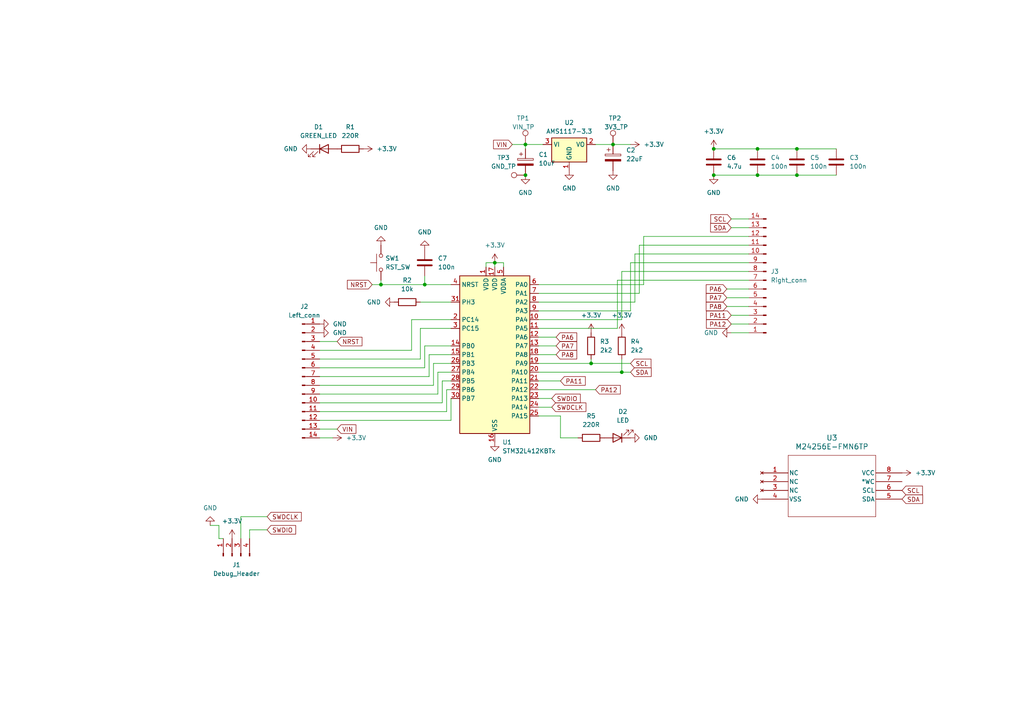
<source format=kicad_sch>
(kicad_sch (version 20230121) (generator eeschema)

  (uuid 475ef5fe-ccbd-46de-bb79-0b72ca87363e)

  (paper "A4")

  (title_block
    (title "Gabi's STM32 Dev Board")
    (date "2024-04-08")
    (rev "1.2")
    (company "Engineer: Gabriel Georgescu")
  )

  (lib_symbols
    (symbol "Connector:Conn_01x04_Pin" (pin_names (offset 1.016) hide) (in_bom yes) (on_board yes)
      (property "Reference" "J" (at 0 5.08 0)
        (effects (font (size 1.27 1.27)))
      )
      (property "Value" "Conn_01x04_Pin" (at 0 -7.62 0)
        (effects (font (size 1.27 1.27)))
      )
      (property "Footprint" "" (at 0 0 0)
        (effects (font (size 1.27 1.27)) hide)
      )
      (property "Datasheet" "~" (at 0 0 0)
        (effects (font (size 1.27 1.27)) hide)
      )
      (property "ki_locked" "" (at 0 0 0)
        (effects (font (size 1.27 1.27)))
      )
      (property "ki_keywords" "connector" (at 0 0 0)
        (effects (font (size 1.27 1.27)) hide)
      )
      (property "ki_description" "Generic connector, single row, 01x04, script generated" (at 0 0 0)
        (effects (font (size 1.27 1.27)) hide)
      )
      (property "ki_fp_filters" "Connector*:*_1x??_*" (at 0 0 0)
        (effects (font (size 1.27 1.27)) hide)
      )
      (symbol "Conn_01x04_Pin_1_1"
        (polyline
          (pts
            (xy 1.27 -5.08)
            (xy 0.8636 -5.08)
          )
          (stroke (width 0.1524) (type default))
          (fill (type none))
        )
        (polyline
          (pts
            (xy 1.27 -2.54)
            (xy 0.8636 -2.54)
          )
          (stroke (width 0.1524) (type default))
          (fill (type none))
        )
        (polyline
          (pts
            (xy 1.27 0)
            (xy 0.8636 0)
          )
          (stroke (width 0.1524) (type default))
          (fill (type none))
        )
        (polyline
          (pts
            (xy 1.27 2.54)
            (xy 0.8636 2.54)
          )
          (stroke (width 0.1524) (type default))
          (fill (type none))
        )
        (rectangle (start 0.8636 -4.953) (end 0 -5.207)
          (stroke (width 0.1524) (type default))
          (fill (type outline))
        )
        (rectangle (start 0.8636 -2.413) (end 0 -2.667)
          (stroke (width 0.1524) (type default))
          (fill (type outline))
        )
        (rectangle (start 0.8636 0.127) (end 0 -0.127)
          (stroke (width 0.1524) (type default))
          (fill (type outline))
        )
        (rectangle (start 0.8636 2.667) (end 0 2.413)
          (stroke (width 0.1524) (type default))
          (fill (type outline))
        )
        (pin passive line (at 5.08 2.54 180) (length 3.81)
          (name "Pin_1" (effects (font (size 1.27 1.27))))
          (number "1" (effects (font (size 1.27 1.27))))
        )
        (pin passive line (at 5.08 0 180) (length 3.81)
          (name "Pin_2" (effects (font (size 1.27 1.27))))
          (number "2" (effects (font (size 1.27 1.27))))
        )
        (pin passive line (at 5.08 -2.54 180) (length 3.81)
          (name "Pin_3" (effects (font (size 1.27 1.27))))
          (number "3" (effects (font (size 1.27 1.27))))
        )
        (pin passive line (at 5.08 -5.08 180) (length 3.81)
          (name "Pin_4" (effects (font (size 1.27 1.27))))
          (number "4" (effects (font (size 1.27 1.27))))
        )
      )
    )
    (symbol "Connector:Conn_01x14_Pin" (pin_names (offset 1.016) hide) (in_bom yes) (on_board yes)
      (property "Reference" "J" (at 0 17.78 0)
        (effects (font (size 1.27 1.27)))
      )
      (property "Value" "Conn_01x14_Pin" (at 0 -20.32 0)
        (effects (font (size 1.27 1.27)))
      )
      (property "Footprint" "" (at 0 0 0)
        (effects (font (size 1.27 1.27)) hide)
      )
      (property "Datasheet" "~" (at 0 0 0)
        (effects (font (size 1.27 1.27)) hide)
      )
      (property "ki_locked" "" (at 0 0 0)
        (effects (font (size 1.27 1.27)))
      )
      (property "ki_keywords" "connector" (at 0 0 0)
        (effects (font (size 1.27 1.27)) hide)
      )
      (property "ki_description" "Generic connector, single row, 01x14, script generated" (at 0 0 0)
        (effects (font (size 1.27 1.27)) hide)
      )
      (property "ki_fp_filters" "Connector*:*_1x??_*" (at 0 0 0)
        (effects (font (size 1.27 1.27)) hide)
      )
      (symbol "Conn_01x14_Pin_1_1"
        (polyline
          (pts
            (xy 1.27 -17.78)
            (xy 0.8636 -17.78)
          )
          (stroke (width 0.1524) (type default))
          (fill (type none))
        )
        (polyline
          (pts
            (xy 1.27 -15.24)
            (xy 0.8636 -15.24)
          )
          (stroke (width 0.1524) (type default))
          (fill (type none))
        )
        (polyline
          (pts
            (xy 1.27 -12.7)
            (xy 0.8636 -12.7)
          )
          (stroke (width 0.1524) (type default))
          (fill (type none))
        )
        (polyline
          (pts
            (xy 1.27 -10.16)
            (xy 0.8636 -10.16)
          )
          (stroke (width 0.1524) (type default))
          (fill (type none))
        )
        (polyline
          (pts
            (xy 1.27 -7.62)
            (xy 0.8636 -7.62)
          )
          (stroke (width 0.1524) (type default))
          (fill (type none))
        )
        (polyline
          (pts
            (xy 1.27 -5.08)
            (xy 0.8636 -5.08)
          )
          (stroke (width 0.1524) (type default))
          (fill (type none))
        )
        (polyline
          (pts
            (xy 1.27 -2.54)
            (xy 0.8636 -2.54)
          )
          (stroke (width 0.1524) (type default))
          (fill (type none))
        )
        (polyline
          (pts
            (xy 1.27 0)
            (xy 0.8636 0)
          )
          (stroke (width 0.1524) (type default))
          (fill (type none))
        )
        (polyline
          (pts
            (xy 1.27 2.54)
            (xy 0.8636 2.54)
          )
          (stroke (width 0.1524) (type default))
          (fill (type none))
        )
        (polyline
          (pts
            (xy 1.27 5.08)
            (xy 0.8636 5.08)
          )
          (stroke (width 0.1524) (type default))
          (fill (type none))
        )
        (polyline
          (pts
            (xy 1.27 7.62)
            (xy 0.8636 7.62)
          )
          (stroke (width 0.1524) (type default))
          (fill (type none))
        )
        (polyline
          (pts
            (xy 1.27 10.16)
            (xy 0.8636 10.16)
          )
          (stroke (width 0.1524) (type default))
          (fill (type none))
        )
        (polyline
          (pts
            (xy 1.27 12.7)
            (xy 0.8636 12.7)
          )
          (stroke (width 0.1524) (type default))
          (fill (type none))
        )
        (polyline
          (pts
            (xy 1.27 15.24)
            (xy 0.8636 15.24)
          )
          (stroke (width 0.1524) (type default))
          (fill (type none))
        )
        (rectangle (start 0.8636 -17.653) (end 0 -17.907)
          (stroke (width 0.1524) (type default))
          (fill (type outline))
        )
        (rectangle (start 0.8636 -15.113) (end 0 -15.367)
          (stroke (width 0.1524) (type default))
          (fill (type outline))
        )
        (rectangle (start 0.8636 -12.573) (end 0 -12.827)
          (stroke (width 0.1524) (type default))
          (fill (type outline))
        )
        (rectangle (start 0.8636 -10.033) (end 0 -10.287)
          (stroke (width 0.1524) (type default))
          (fill (type outline))
        )
        (rectangle (start 0.8636 -7.493) (end 0 -7.747)
          (stroke (width 0.1524) (type default))
          (fill (type outline))
        )
        (rectangle (start 0.8636 -4.953) (end 0 -5.207)
          (stroke (width 0.1524) (type default))
          (fill (type outline))
        )
        (rectangle (start 0.8636 -2.413) (end 0 -2.667)
          (stroke (width 0.1524) (type default))
          (fill (type outline))
        )
        (rectangle (start 0.8636 0.127) (end 0 -0.127)
          (stroke (width 0.1524) (type default))
          (fill (type outline))
        )
        (rectangle (start 0.8636 2.667) (end 0 2.413)
          (stroke (width 0.1524) (type default))
          (fill (type outline))
        )
        (rectangle (start 0.8636 5.207) (end 0 4.953)
          (stroke (width 0.1524) (type default))
          (fill (type outline))
        )
        (rectangle (start 0.8636 7.747) (end 0 7.493)
          (stroke (width 0.1524) (type default))
          (fill (type outline))
        )
        (rectangle (start 0.8636 10.287) (end 0 10.033)
          (stroke (width 0.1524) (type default))
          (fill (type outline))
        )
        (rectangle (start 0.8636 12.827) (end 0 12.573)
          (stroke (width 0.1524) (type default))
          (fill (type outline))
        )
        (rectangle (start 0.8636 15.367) (end 0 15.113)
          (stroke (width 0.1524) (type default))
          (fill (type outline))
        )
        (pin passive line (at 5.08 15.24 180) (length 3.81)
          (name "Pin_1" (effects (font (size 1.27 1.27))))
          (number "1" (effects (font (size 1.27 1.27))))
        )
        (pin passive line (at 5.08 -7.62 180) (length 3.81)
          (name "Pin_10" (effects (font (size 1.27 1.27))))
          (number "10" (effects (font (size 1.27 1.27))))
        )
        (pin passive line (at 5.08 -10.16 180) (length 3.81)
          (name "Pin_11" (effects (font (size 1.27 1.27))))
          (number "11" (effects (font (size 1.27 1.27))))
        )
        (pin passive line (at 5.08 -12.7 180) (length 3.81)
          (name "Pin_12" (effects (font (size 1.27 1.27))))
          (number "12" (effects (font (size 1.27 1.27))))
        )
        (pin passive line (at 5.08 -15.24 180) (length 3.81)
          (name "Pin_13" (effects (font (size 1.27 1.27))))
          (number "13" (effects (font (size 1.27 1.27))))
        )
        (pin passive line (at 5.08 -17.78 180) (length 3.81)
          (name "Pin_14" (effects (font (size 1.27 1.27))))
          (number "14" (effects (font (size 1.27 1.27))))
        )
        (pin passive line (at 5.08 12.7 180) (length 3.81)
          (name "Pin_2" (effects (font (size 1.27 1.27))))
          (number "2" (effects (font (size 1.27 1.27))))
        )
        (pin passive line (at 5.08 10.16 180) (length 3.81)
          (name "Pin_3" (effects (font (size 1.27 1.27))))
          (number "3" (effects (font (size 1.27 1.27))))
        )
        (pin passive line (at 5.08 7.62 180) (length 3.81)
          (name "Pin_4" (effects (font (size 1.27 1.27))))
          (number "4" (effects (font (size 1.27 1.27))))
        )
        (pin passive line (at 5.08 5.08 180) (length 3.81)
          (name "Pin_5" (effects (font (size 1.27 1.27))))
          (number "5" (effects (font (size 1.27 1.27))))
        )
        (pin passive line (at 5.08 2.54 180) (length 3.81)
          (name "Pin_6" (effects (font (size 1.27 1.27))))
          (number "6" (effects (font (size 1.27 1.27))))
        )
        (pin passive line (at 5.08 0 180) (length 3.81)
          (name "Pin_7" (effects (font (size 1.27 1.27))))
          (number "7" (effects (font (size 1.27 1.27))))
        )
        (pin passive line (at 5.08 -2.54 180) (length 3.81)
          (name "Pin_8" (effects (font (size 1.27 1.27))))
          (number "8" (effects (font (size 1.27 1.27))))
        )
        (pin passive line (at 5.08 -5.08 180) (length 3.81)
          (name "Pin_9" (effects (font (size 1.27 1.27))))
          (number "9" (effects (font (size 1.27 1.27))))
        )
      )
    )
    (symbol "Connector:TestPoint" (pin_numbers hide) (pin_names (offset 0.762) hide) (in_bom yes) (on_board yes)
      (property "Reference" "TP" (at 0 6.858 0)
        (effects (font (size 1.27 1.27)))
      )
      (property "Value" "TestPoint" (at 0 5.08 0)
        (effects (font (size 1.27 1.27)))
      )
      (property "Footprint" "" (at 5.08 0 0)
        (effects (font (size 1.27 1.27)) hide)
      )
      (property "Datasheet" "~" (at 5.08 0 0)
        (effects (font (size 1.27 1.27)) hide)
      )
      (property "ki_keywords" "test point tp" (at 0 0 0)
        (effects (font (size 1.27 1.27)) hide)
      )
      (property "ki_description" "test point" (at 0 0 0)
        (effects (font (size 1.27 1.27)) hide)
      )
      (property "ki_fp_filters" "Pin* Test*" (at 0 0 0)
        (effects (font (size 1.27 1.27)) hide)
      )
      (symbol "TestPoint_0_1"
        (circle (center 0 3.302) (radius 0.762)
          (stroke (width 0) (type default))
          (fill (type none))
        )
      )
      (symbol "TestPoint_1_1"
        (pin passive line (at 0 0 90) (length 2.54)
          (name "1" (effects (font (size 1.27 1.27))))
          (number "1" (effects (font (size 1.27 1.27))))
        )
      )
    )
    (symbol "Device:C" (pin_numbers hide) (pin_names (offset 0.254)) (in_bom yes) (on_board yes)
      (property "Reference" "C" (at 0.635 2.54 0)
        (effects (font (size 1.27 1.27)) (justify left))
      )
      (property "Value" "C" (at 0.635 -2.54 0)
        (effects (font (size 1.27 1.27)) (justify left))
      )
      (property "Footprint" "" (at 0.9652 -3.81 0)
        (effects (font (size 1.27 1.27)) hide)
      )
      (property "Datasheet" "~" (at 0 0 0)
        (effects (font (size 1.27 1.27)) hide)
      )
      (property "ki_keywords" "cap capacitor" (at 0 0 0)
        (effects (font (size 1.27 1.27)) hide)
      )
      (property "ki_description" "Unpolarized capacitor" (at 0 0 0)
        (effects (font (size 1.27 1.27)) hide)
      )
      (property "ki_fp_filters" "C_*" (at 0 0 0)
        (effects (font (size 1.27 1.27)) hide)
      )
      (symbol "C_0_1"
        (polyline
          (pts
            (xy -2.032 -0.762)
            (xy 2.032 -0.762)
          )
          (stroke (width 0.508) (type default))
          (fill (type none))
        )
        (polyline
          (pts
            (xy -2.032 0.762)
            (xy 2.032 0.762)
          )
          (stroke (width 0.508) (type default))
          (fill (type none))
        )
      )
      (symbol "C_1_1"
        (pin passive line (at 0 3.81 270) (length 2.794)
          (name "~" (effects (font (size 1.27 1.27))))
          (number "1" (effects (font (size 1.27 1.27))))
        )
        (pin passive line (at 0 -3.81 90) (length 2.794)
          (name "~" (effects (font (size 1.27 1.27))))
          (number "2" (effects (font (size 1.27 1.27))))
        )
      )
    )
    (symbol "Device:C_Polarized" (pin_numbers hide) (pin_names (offset 0.254)) (in_bom yes) (on_board yes)
      (property "Reference" "C" (at 0.635 2.54 0)
        (effects (font (size 1.27 1.27)) (justify left))
      )
      (property "Value" "C_Polarized" (at 0.635 -2.54 0)
        (effects (font (size 1.27 1.27)) (justify left))
      )
      (property "Footprint" "" (at 0.9652 -3.81 0)
        (effects (font (size 1.27 1.27)) hide)
      )
      (property "Datasheet" "~" (at 0 0 0)
        (effects (font (size 1.27 1.27)) hide)
      )
      (property "ki_keywords" "cap capacitor" (at 0 0 0)
        (effects (font (size 1.27 1.27)) hide)
      )
      (property "ki_description" "Polarized capacitor" (at 0 0 0)
        (effects (font (size 1.27 1.27)) hide)
      )
      (property "ki_fp_filters" "CP_*" (at 0 0 0)
        (effects (font (size 1.27 1.27)) hide)
      )
      (symbol "C_Polarized_0_1"
        (rectangle (start -2.286 0.508) (end 2.286 1.016)
          (stroke (width 0) (type default))
          (fill (type none))
        )
        (polyline
          (pts
            (xy -1.778 2.286)
            (xy -0.762 2.286)
          )
          (stroke (width 0) (type default))
          (fill (type none))
        )
        (polyline
          (pts
            (xy -1.27 2.794)
            (xy -1.27 1.778)
          )
          (stroke (width 0) (type default))
          (fill (type none))
        )
        (rectangle (start 2.286 -0.508) (end -2.286 -1.016)
          (stroke (width 0) (type default))
          (fill (type outline))
        )
      )
      (symbol "C_Polarized_1_1"
        (pin passive line (at 0 3.81 270) (length 2.794)
          (name "~" (effects (font (size 1.27 1.27))))
          (number "1" (effects (font (size 1.27 1.27))))
        )
        (pin passive line (at 0 -3.81 90) (length 2.794)
          (name "~" (effects (font (size 1.27 1.27))))
          (number "2" (effects (font (size 1.27 1.27))))
        )
      )
    )
    (symbol "Device:LED" (pin_numbers hide) (pin_names (offset 1.016) hide) (in_bom yes) (on_board yes)
      (property "Reference" "D" (at 0 2.54 0)
        (effects (font (size 1.27 1.27)))
      )
      (property "Value" "LED" (at 0 -2.54 0)
        (effects (font (size 1.27 1.27)))
      )
      (property "Footprint" "" (at 0 0 0)
        (effects (font (size 1.27 1.27)) hide)
      )
      (property "Datasheet" "~" (at 0 0 0)
        (effects (font (size 1.27 1.27)) hide)
      )
      (property "ki_keywords" "LED diode" (at 0 0 0)
        (effects (font (size 1.27 1.27)) hide)
      )
      (property "ki_description" "Light emitting diode" (at 0 0 0)
        (effects (font (size 1.27 1.27)) hide)
      )
      (property "ki_fp_filters" "LED* LED_SMD:* LED_THT:*" (at 0 0 0)
        (effects (font (size 1.27 1.27)) hide)
      )
      (symbol "LED_0_1"
        (polyline
          (pts
            (xy -1.27 -1.27)
            (xy -1.27 1.27)
          )
          (stroke (width 0.254) (type default))
          (fill (type none))
        )
        (polyline
          (pts
            (xy -1.27 0)
            (xy 1.27 0)
          )
          (stroke (width 0) (type default))
          (fill (type none))
        )
        (polyline
          (pts
            (xy 1.27 -1.27)
            (xy 1.27 1.27)
            (xy -1.27 0)
            (xy 1.27 -1.27)
          )
          (stroke (width 0.254) (type default))
          (fill (type none))
        )
        (polyline
          (pts
            (xy -3.048 -0.762)
            (xy -4.572 -2.286)
            (xy -3.81 -2.286)
            (xy -4.572 -2.286)
            (xy -4.572 -1.524)
          )
          (stroke (width 0) (type default))
          (fill (type none))
        )
        (polyline
          (pts
            (xy -1.778 -0.762)
            (xy -3.302 -2.286)
            (xy -2.54 -2.286)
            (xy -3.302 -2.286)
            (xy -3.302 -1.524)
          )
          (stroke (width 0) (type default))
          (fill (type none))
        )
      )
      (symbol "LED_1_1"
        (pin passive line (at -3.81 0 0) (length 2.54)
          (name "K" (effects (font (size 1.27 1.27))))
          (number "1" (effects (font (size 1.27 1.27))))
        )
        (pin passive line (at 3.81 0 180) (length 2.54)
          (name "A" (effects (font (size 1.27 1.27))))
          (number "2" (effects (font (size 1.27 1.27))))
        )
      )
    )
    (symbol "Device:R" (pin_numbers hide) (pin_names (offset 0)) (in_bom yes) (on_board yes)
      (property "Reference" "R" (at 2.032 0 90)
        (effects (font (size 1.27 1.27)))
      )
      (property "Value" "R" (at 0 0 90)
        (effects (font (size 1.27 1.27)))
      )
      (property "Footprint" "" (at -1.778 0 90)
        (effects (font (size 1.27 1.27)) hide)
      )
      (property "Datasheet" "~" (at 0 0 0)
        (effects (font (size 1.27 1.27)) hide)
      )
      (property "ki_keywords" "R res resistor" (at 0 0 0)
        (effects (font (size 1.27 1.27)) hide)
      )
      (property "ki_description" "Resistor" (at 0 0 0)
        (effects (font (size 1.27 1.27)) hide)
      )
      (property "ki_fp_filters" "R_*" (at 0 0 0)
        (effects (font (size 1.27 1.27)) hide)
      )
      (symbol "R_0_1"
        (rectangle (start -1.016 -2.54) (end 1.016 2.54)
          (stroke (width 0.254) (type default))
          (fill (type none))
        )
      )
      (symbol "R_1_1"
        (pin passive line (at 0 3.81 270) (length 1.27)
          (name "~" (effects (font (size 1.27 1.27))))
          (number "1" (effects (font (size 1.27 1.27))))
        )
        (pin passive line (at 0 -3.81 90) (length 1.27)
          (name "~" (effects (font (size 1.27 1.27))))
          (number "2" (effects (font (size 1.27 1.27))))
        )
      )
    )
    (symbol "MCU_ST_STM32L4:STM32L412KBTx" (in_bom yes) (on_board yes)
      (property "Reference" "U" (at -10.16 24.13 0)
        (effects (font (size 1.27 1.27)) (justify left))
      )
      (property "Value" "STM32L412KBTx" (at 5.08 24.13 0)
        (effects (font (size 1.27 1.27)) (justify left))
      )
      (property "Footprint" "Package_QFP:LQFP-32_7x7mm_P0.8mm" (at -10.16 -22.86 0)
        (effects (font (size 1.27 1.27)) (justify right) hide)
      )
      (property "Datasheet" "https://www.st.com/resource/en/datasheet/stm32l412kb.pdf" (at 0 0 0)
        (effects (font (size 1.27 1.27)) hide)
      )
      (property "ki_locked" "" (at 0 0 0)
        (effects (font (size 1.27 1.27)))
      )
      (property "ki_keywords" "Arm Cortex-M4 STM32L4 STM32L4x2" (at 0 0 0)
        (effects (font (size 1.27 1.27)) hide)
      )
      (property "ki_description" "STMicroelectronics Arm Cortex-M4 MCU, 128KB flash, 40KB RAM, 80 MHz, 1.71-3.6V, 26 GPIO, LQFP32" (at 0 0 0)
        (effects (font (size 1.27 1.27)) hide)
      )
      (property "ki_fp_filters" "LQFP*7x7mm*P0.8mm*" (at 0 0 0)
        (effects (font (size 1.27 1.27)) hide)
      )
      (symbol "STM32L412KBTx_0_1"
        (rectangle (start -10.16 -22.86) (end 10.16 22.86)
          (stroke (width 0.254) (type default))
          (fill (type background))
        )
      )
      (symbol "STM32L412KBTx_1_1"
        (pin power_in line (at -2.54 25.4 270) (length 2.54)
          (name "VDD" (effects (font (size 1.27 1.27))))
          (number "1" (effects (font (size 1.27 1.27))))
        )
        (pin bidirectional line (at 12.7 10.16 180) (length 2.54)
          (name "PA4" (effects (font (size 1.27 1.27))))
          (number "10" (effects (font (size 1.27 1.27))))
          (alternate "ADC1_IN9" bidirectional line)
          (alternate "ADC2_IN9" bidirectional line)
          (alternate "COMP1_INM" bidirectional line)
          (alternate "LPTIM2_OUT" bidirectional line)
          (alternate "SPI1_NSS" bidirectional line)
          (alternate "USART2_CK" bidirectional line)
        )
        (pin bidirectional line (at 12.7 7.62 180) (length 2.54)
          (name "PA5" (effects (font (size 1.27 1.27))))
          (number "11" (effects (font (size 1.27 1.27))))
          (alternate "ADC1_IN10" bidirectional line)
          (alternate "ADC2_IN10" bidirectional line)
          (alternate "COMP1_INM" bidirectional line)
          (alternate "LPTIM2_ETR" bidirectional line)
          (alternate "SPI1_SCK" bidirectional line)
          (alternate "TIM2_CH1" bidirectional line)
          (alternate "TIM2_ETR" bidirectional line)
        )
        (pin bidirectional line (at 12.7 5.08 180) (length 2.54)
          (name "PA6" (effects (font (size 1.27 1.27))))
          (number "12" (effects (font (size 1.27 1.27))))
          (alternate "ADC1_IN11" bidirectional line)
          (alternate "ADC2_IN11" bidirectional line)
          (alternate "COMP1_OUT" bidirectional line)
          (alternate "LPUART1_CTS" bidirectional line)
          (alternate "QUADSPI_BK1_IO3" bidirectional line)
          (alternate "SPI1_MISO" bidirectional line)
          (alternate "TIM16_CH1" bidirectional line)
          (alternate "TIM1_BKIN" bidirectional line)
        )
        (pin bidirectional line (at 12.7 2.54 180) (length 2.54)
          (name "PA7" (effects (font (size 1.27 1.27))))
          (number "13" (effects (font (size 1.27 1.27))))
          (alternate "ADC1_IN12" bidirectional line)
          (alternate "ADC2_IN12" bidirectional line)
          (alternate "I2C3_SCL" bidirectional line)
          (alternate "QUADSPI_BK1_IO2" bidirectional line)
          (alternate "SPI1_MOSI" bidirectional line)
          (alternate "TIM1_CH1N" bidirectional line)
        )
        (pin bidirectional line (at -12.7 2.54 0) (length 2.54)
          (name "PB0" (effects (font (size 1.27 1.27))))
          (number "14" (effects (font (size 1.27 1.27))))
          (alternate "ADC1_IN15" bidirectional line)
          (alternate "ADC2_IN15" bidirectional line)
          (alternate "COMP1_OUT" bidirectional line)
          (alternate "QUADSPI_BK1_IO1" bidirectional line)
          (alternate "SPI1_NSS" bidirectional line)
          (alternate "SYS_TRACED0" bidirectional line)
          (alternate "TIM1_CH2N" bidirectional line)
        )
        (pin bidirectional line (at -12.7 0 0) (length 2.54)
          (name "PB1" (effects (font (size 1.27 1.27))))
          (number "15" (effects (font (size 1.27 1.27))))
          (alternate "ADC1_IN16" bidirectional line)
          (alternate "ADC2_IN16" bidirectional line)
          (alternate "COMP1_INM" bidirectional line)
          (alternate "LPTIM2_IN1" bidirectional line)
          (alternate "LPUART1_DE" bidirectional line)
          (alternate "LPUART1_RTS" bidirectional line)
          (alternate "QUADSPI_BK1_IO0" bidirectional line)
          (alternate "SYS_TRACED1" bidirectional line)
          (alternate "TIM1_CH3N" bidirectional line)
        )
        (pin power_in line (at 0 -25.4 90) (length 2.54)
          (name "VSS" (effects (font (size 1.27 1.27))))
          (number "16" (effects (font (size 1.27 1.27))))
        )
        (pin power_in line (at 0 25.4 270) (length 2.54)
          (name "VDD" (effects (font (size 1.27 1.27))))
          (number "17" (effects (font (size 1.27 1.27))))
        )
        (pin bidirectional line (at 12.7 0 180) (length 2.54)
          (name "PA8" (effects (font (size 1.27 1.27))))
          (number "18" (effects (font (size 1.27 1.27))))
          (alternate "LPTIM2_OUT" bidirectional line)
          (alternate "RCC_MCO" bidirectional line)
          (alternate "TIM1_CH1" bidirectional line)
          (alternate "USART1_CK" bidirectional line)
        )
        (pin bidirectional line (at 12.7 -2.54 180) (length 2.54)
          (name "PA9" (effects (font (size 1.27 1.27))))
          (number "19" (effects (font (size 1.27 1.27))))
          (alternate "I2C1_SCL" bidirectional line)
          (alternate "TIM15_BKIN" bidirectional line)
          (alternate "TIM1_CH2" bidirectional line)
          (alternate "USART1_TX" bidirectional line)
        )
        (pin bidirectional line (at -12.7 10.16 0) (length 2.54)
          (name "PC14" (effects (font (size 1.27 1.27))))
          (number "2" (effects (font (size 1.27 1.27))))
          (alternate "RCC_OSC32_IN" bidirectional line)
        )
        (pin bidirectional line (at 12.7 -5.08 180) (length 2.54)
          (name "PA10" (effects (font (size 1.27 1.27))))
          (number "20" (effects (font (size 1.27 1.27))))
          (alternate "CRS_SYNC" bidirectional line)
          (alternate "I2C1_SDA" bidirectional line)
          (alternate "TIM1_CH3" bidirectional line)
          (alternate "USART1_RX" bidirectional line)
        )
        (pin bidirectional line (at 12.7 -7.62 180) (length 2.54)
          (name "PA11" (effects (font (size 1.27 1.27))))
          (number "21" (effects (font (size 1.27 1.27))))
          (alternate "ADC1_EXTI11" bidirectional line)
          (alternate "ADC2_EXTI11" bidirectional line)
          (alternate "COMP1_OUT" bidirectional line)
          (alternate "SPI1_MISO" bidirectional line)
          (alternate "TIM1_BKIN2" bidirectional line)
          (alternate "TIM1_BKIN2_COMP1" bidirectional line)
          (alternate "TIM1_CH4" bidirectional line)
          (alternate "USART1_CTS" bidirectional line)
          (alternate "USB_DM" bidirectional line)
        )
        (pin bidirectional line (at 12.7 -10.16 180) (length 2.54)
          (name "PA12" (effects (font (size 1.27 1.27))))
          (number "22" (effects (font (size 1.27 1.27))))
          (alternate "SPI1_MOSI" bidirectional line)
          (alternate "TIM1_ETR" bidirectional line)
          (alternate "USART1_DE" bidirectional line)
          (alternate "USART1_RTS" bidirectional line)
          (alternate "USB_DP" bidirectional line)
        )
        (pin bidirectional line (at 12.7 -12.7 180) (length 2.54)
          (name "PA13" (effects (font (size 1.27 1.27))))
          (number "23" (effects (font (size 1.27 1.27))))
          (alternate "IR_OUT" bidirectional line)
          (alternate "SYS_JTMS-SWDIO" bidirectional line)
          (alternate "USB_NOE" bidirectional line)
        )
        (pin bidirectional line (at 12.7 -15.24 180) (length 2.54)
          (name "PA14" (effects (font (size 1.27 1.27))))
          (number "24" (effects (font (size 1.27 1.27))))
          (alternate "I2C1_SMBA" bidirectional line)
          (alternate "LPTIM1_OUT" bidirectional line)
          (alternate "SYS_JTCK-SWCLK" bidirectional line)
        )
        (pin bidirectional line (at 12.7 -17.78 180) (length 2.54)
          (name "PA15" (effects (font (size 1.27 1.27))))
          (number "25" (effects (font (size 1.27 1.27))))
          (alternate "ADC1_EXTI15" bidirectional line)
          (alternate "ADC2_EXTI15" bidirectional line)
          (alternate "SPI1_NSS" bidirectional line)
          (alternate "SYS_JTDI" bidirectional line)
          (alternate "TIM2_CH1" bidirectional line)
          (alternate "TIM2_ETR" bidirectional line)
          (alternate "USART2_RX" bidirectional line)
        )
        (pin bidirectional line (at -12.7 -2.54 0) (length 2.54)
          (name "PB3" (effects (font (size 1.27 1.27))))
          (number "26" (effects (font (size 1.27 1.27))))
          (alternate "SPI1_SCK" bidirectional line)
          (alternate "SYS_JTDO-SWO" bidirectional line)
          (alternate "TIM2_CH2" bidirectional line)
          (alternate "USART1_DE" bidirectional line)
          (alternate "USART1_RTS" bidirectional line)
        )
        (pin bidirectional line (at -12.7 -5.08 0) (length 2.54)
          (name "PB4" (effects (font (size 1.27 1.27))))
          (number "27" (effects (font (size 1.27 1.27))))
          (alternate "I2C3_SDA" bidirectional line)
          (alternate "SPI1_MISO" bidirectional line)
          (alternate "SYS_JTRST" bidirectional line)
          (alternate "TSC_G2_IO1" bidirectional line)
          (alternate "USART1_CTS" bidirectional line)
        )
        (pin bidirectional line (at -12.7 -7.62 0) (length 2.54)
          (name "PB5" (effects (font (size 1.27 1.27))))
          (number "28" (effects (font (size 1.27 1.27))))
          (alternate "I2C1_SMBA" bidirectional line)
          (alternate "LPTIM1_IN1" bidirectional line)
          (alternate "SPI1_MOSI" bidirectional line)
          (alternate "SYS_TRACED2" bidirectional line)
          (alternate "TIM16_BKIN" bidirectional line)
          (alternate "TSC_G2_IO2" bidirectional line)
          (alternate "USART1_CK" bidirectional line)
        )
        (pin bidirectional line (at -12.7 -10.16 0) (length 2.54)
          (name "PB6" (effects (font (size 1.27 1.27))))
          (number "29" (effects (font (size 1.27 1.27))))
          (alternate "I2C1_SCL" bidirectional line)
          (alternate "LPTIM1_ETR" bidirectional line)
          (alternate "SYS_TRACED3" bidirectional line)
          (alternate "TIM16_CH1N" bidirectional line)
          (alternate "TSC_G2_IO3" bidirectional line)
          (alternate "USART1_TX" bidirectional line)
        )
        (pin bidirectional line (at -12.7 7.62 0) (length 2.54)
          (name "PC15" (effects (font (size 1.27 1.27))))
          (number "3" (effects (font (size 1.27 1.27))))
          (alternate "ADC1_EXTI15" bidirectional line)
          (alternate "ADC2_EXTI15" bidirectional line)
          (alternate "RCC_OSC32_OUT" bidirectional line)
        )
        (pin bidirectional line (at -12.7 -12.7 0) (length 2.54)
          (name "PB7" (effects (font (size 1.27 1.27))))
          (number "30" (effects (font (size 1.27 1.27))))
          (alternate "I2C1_SDA" bidirectional line)
          (alternate "LPTIM1_IN2" bidirectional line)
          (alternate "SYS_PVD_IN" bidirectional line)
          (alternate "SYS_TRACECLK" bidirectional line)
          (alternate "TSC_G2_IO4" bidirectional line)
          (alternate "USART1_RX" bidirectional line)
        )
        (pin bidirectional line (at -12.7 15.24 0) (length 2.54)
          (name "PH3" (effects (font (size 1.27 1.27))))
          (number "31" (effects (font (size 1.27 1.27))))
        )
        (pin passive line (at 0 -25.4 90) (length 2.54) hide
          (name "VSS" (effects (font (size 1.27 1.27))))
          (number "32" (effects (font (size 1.27 1.27))))
        )
        (pin input line (at -12.7 20.32 0) (length 2.54)
          (name "NRST" (effects (font (size 1.27 1.27))))
          (number "4" (effects (font (size 1.27 1.27))))
        )
        (pin power_in line (at 2.54 25.4 270) (length 2.54)
          (name "VDDA" (effects (font (size 1.27 1.27))))
          (number "5" (effects (font (size 1.27 1.27))))
        )
        (pin bidirectional line (at 12.7 20.32 180) (length 2.54)
          (name "PA0" (effects (font (size 1.27 1.27))))
          (number "6" (effects (font (size 1.27 1.27))))
          (alternate "ADC1_IN5" bidirectional line)
          (alternate "COMP1_INM" bidirectional line)
          (alternate "COMP1_OUT" bidirectional line)
          (alternate "OPAMP1_VINP" bidirectional line)
          (alternate "RCC_CK_IN" bidirectional line)
          (alternate "RTC_TAMP2" bidirectional line)
          (alternate "SYS_WKUP1" bidirectional line)
          (alternate "TIM2_CH1" bidirectional line)
          (alternate "TIM2_ETR" bidirectional line)
          (alternate "USART2_CTS" bidirectional line)
        )
        (pin bidirectional line (at 12.7 17.78 180) (length 2.54)
          (name "PA1" (effects (font (size 1.27 1.27))))
          (number "7" (effects (font (size 1.27 1.27))))
          (alternate "ADC1_IN6" bidirectional line)
          (alternate "COMP1_INP" bidirectional line)
          (alternate "I2C1_SMBA" bidirectional line)
          (alternate "OPAMP1_VINM" bidirectional line)
          (alternate "SPI1_SCK" bidirectional line)
          (alternate "TIM15_CH1N" bidirectional line)
          (alternate "TIM2_CH2" bidirectional line)
          (alternate "USART2_DE" bidirectional line)
          (alternate "USART2_RTS" bidirectional line)
        )
        (pin bidirectional line (at 12.7 15.24 180) (length 2.54)
          (name "PA2" (effects (font (size 1.27 1.27))))
          (number "8" (effects (font (size 1.27 1.27))))
          (alternate "ADC1_IN7" bidirectional line)
          (alternate "ADC2_IN7" bidirectional line)
          (alternate "LPUART1_TX" bidirectional line)
          (alternate "QUADSPI_BK1_NCS" bidirectional line)
          (alternate "RCC_LSCO" bidirectional line)
          (alternate "SYS_WKUP4" bidirectional line)
          (alternate "TIM15_CH1" bidirectional line)
          (alternate "TIM2_CH3" bidirectional line)
          (alternate "USART2_TX" bidirectional line)
        )
        (pin bidirectional line (at 12.7 12.7 180) (length 2.54)
          (name "PA3" (effects (font (size 1.27 1.27))))
          (number "9" (effects (font (size 1.27 1.27))))
          (alternate "ADC1_IN8" bidirectional line)
          (alternate "ADC2_IN8" bidirectional line)
          (alternate "LPUART1_RX" bidirectional line)
          (alternate "OPAMP1_VOUT" bidirectional line)
          (alternate "QUADSPI_CLK" bidirectional line)
          (alternate "TIM15_CH2" bidirectional line)
          (alternate "TIM2_CH4" bidirectional line)
          (alternate "USART2_RX" bidirectional line)
        )
      )
    )
    (symbol "Regulator_Linear:AMS1117-3.3" (in_bom yes) (on_board yes)
      (property "Reference" "U" (at -3.81 3.175 0)
        (effects (font (size 1.27 1.27)))
      )
      (property "Value" "AMS1117-3.3" (at 0 3.175 0)
        (effects (font (size 1.27 1.27)) (justify left))
      )
      (property "Footprint" "Package_TO_SOT_SMD:SOT-223-3_TabPin2" (at 0 5.08 0)
        (effects (font (size 1.27 1.27)) hide)
      )
      (property "Datasheet" "http://www.advanced-monolithic.com/pdf/ds1117.pdf" (at 2.54 -6.35 0)
        (effects (font (size 1.27 1.27)) hide)
      )
      (property "ki_keywords" "linear regulator ldo fixed positive" (at 0 0 0)
        (effects (font (size 1.27 1.27)) hide)
      )
      (property "ki_description" "1A Low Dropout regulator, positive, 3.3V fixed output, SOT-223" (at 0 0 0)
        (effects (font (size 1.27 1.27)) hide)
      )
      (property "ki_fp_filters" "SOT?223*TabPin2*" (at 0 0 0)
        (effects (font (size 1.27 1.27)) hide)
      )
      (symbol "AMS1117-3.3_0_1"
        (rectangle (start -5.08 -5.08) (end 5.08 1.905)
          (stroke (width 0.254) (type default))
          (fill (type background))
        )
      )
      (symbol "AMS1117-3.3_1_1"
        (pin power_in line (at 0 -7.62 90) (length 2.54)
          (name "GND" (effects (font (size 1.27 1.27))))
          (number "1" (effects (font (size 1.27 1.27))))
        )
        (pin power_out line (at 7.62 0 180) (length 2.54)
          (name "VO" (effects (font (size 1.27 1.27))))
          (number "2" (effects (font (size 1.27 1.27))))
        )
        (pin power_in line (at -7.62 0 0) (length 2.54)
          (name "VI" (effects (font (size 1.27 1.27))))
          (number "3" (effects (font (size 1.27 1.27))))
        )
      )
    )
    (symbol "ST EEPROM:M24256E-FMN6TP" (pin_names (offset 0.254)) (in_bom yes) (on_board yes)
      (property "Reference" "U" (at 20.32 10.16 0)
        (effects (font (size 1.524 1.524)))
      )
      (property "Value" "M24256E-FMN6TP" (at 20.32 7.62 0)
        (effects (font (size 1.524 1.524)))
      )
      (property "Footprint" "SO8N_4X5X1P27_STM" (at 0 0 0)
        (effects (font (size 1.27 1.27) italic) hide)
      )
      (property "Datasheet" "M24256E-FMN6TP" (at 0 0 0)
        (effects (font (size 1.27 1.27) italic) hide)
      )
      (property "ki_locked" "" (at 0 0 0)
        (effects (font (size 1.27 1.27)))
      )
      (property "ki_keywords" "M24256E-FMN6TP" (at 0 0 0)
        (effects (font (size 1.27 1.27)) hide)
      )
      (property "ki_fp_filters" "SO8N_4X5X1P27_STM SO8N_4X5X1P27_STM-M SO8N_4X5X1P27_STM-L" (at 0 0 0)
        (effects (font (size 1.27 1.27)) hide)
      )
      (symbol "M24256E-FMN6TP_0_1"
        (polyline
          (pts
            (xy 7.62 -12.7)
            (xy 33.02 -12.7)
          )
          (stroke (width 0.127) (type default))
          (fill (type none))
        )
        (polyline
          (pts
            (xy 7.62 5.08)
            (xy 7.62 -12.7)
          )
          (stroke (width 0.127) (type default))
          (fill (type none))
        )
        (polyline
          (pts
            (xy 33.02 -12.7)
            (xy 33.02 5.08)
          )
          (stroke (width 0.127) (type default))
          (fill (type none))
        )
        (polyline
          (pts
            (xy 33.02 5.08)
            (xy 7.62 5.08)
          )
          (stroke (width 0.127) (type default))
          (fill (type none))
        )
        (pin no_connect line (at 0 0 0) (length 7.62)
          (name "NC" (effects (font (size 1.27 1.27))))
          (number "1" (effects (font (size 1.27 1.27))))
        )
        (pin no_connect line (at 0 -2.54 0) (length 7.62)
          (name "NC" (effects (font (size 1.27 1.27))))
          (number "2" (effects (font (size 1.27 1.27))))
        )
        (pin no_connect line (at 0 -5.08 0) (length 7.62)
          (name "NC" (effects (font (size 1.27 1.27))))
          (number "3" (effects (font (size 1.27 1.27))))
        )
        (pin power_out line (at 0 -7.62 0) (length 7.62)
          (name "VSS" (effects (font (size 1.27 1.27))))
          (number "4" (effects (font (size 1.27 1.27))))
        )
        (pin bidirectional line (at 40.64 -7.62 180) (length 7.62)
          (name "SDA" (effects (font (size 1.27 1.27))))
          (number "5" (effects (font (size 1.27 1.27))))
        )
        (pin input line (at 40.64 -5.08 180) (length 7.62)
          (name "SCL" (effects (font (size 1.27 1.27))))
          (number "6" (effects (font (size 1.27 1.27))))
        )
        (pin input line (at 40.64 -2.54 180) (length 7.62)
          (name "*WC" (effects (font (size 1.27 1.27))))
          (number "7" (effects (font (size 1.27 1.27))))
        )
        (pin power_in line (at 40.64 0 180) (length 7.62)
          (name "VCC" (effects (font (size 1.27 1.27))))
          (number "8" (effects (font (size 1.27 1.27))))
        )
      )
    )
    (symbol "Switch:SW_Push" (pin_numbers hide) (pin_names (offset 1.016) hide) (in_bom yes) (on_board yes)
      (property "Reference" "SW" (at 1.27 2.54 0)
        (effects (font (size 1.27 1.27)) (justify left))
      )
      (property "Value" "SW_Push" (at 0 -1.524 0)
        (effects (font (size 1.27 1.27)))
      )
      (property "Footprint" "" (at 0 5.08 0)
        (effects (font (size 1.27 1.27)) hide)
      )
      (property "Datasheet" "~" (at 0 5.08 0)
        (effects (font (size 1.27 1.27)) hide)
      )
      (property "ki_keywords" "switch normally-open pushbutton push-button" (at 0 0 0)
        (effects (font (size 1.27 1.27)) hide)
      )
      (property "ki_description" "Push button switch, generic, two pins" (at 0 0 0)
        (effects (font (size 1.27 1.27)) hide)
      )
      (symbol "SW_Push_0_1"
        (circle (center -2.032 0) (radius 0.508)
          (stroke (width 0) (type default))
          (fill (type none))
        )
        (polyline
          (pts
            (xy 0 1.27)
            (xy 0 3.048)
          )
          (stroke (width 0) (type default))
          (fill (type none))
        )
        (polyline
          (pts
            (xy 2.54 1.27)
            (xy -2.54 1.27)
          )
          (stroke (width 0) (type default))
          (fill (type none))
        )
        (circle (center 2.032 0) (radius 0.508)
          (stroke (width 0) (type default))
          (fill (type none))
        )
        (pin passive line (at -5.08 0 0) (length 2.54)
          (name "1" (effects (font (size 1.27 1.27))))
          (number "1" (effects (font (size 1.27 1.27))))
        )
        (pin passive line (at 5.08 0 180) (length 2.54)
          (name "2" (effects (font (size 1.27 1.27))))
          (number "2" (effects (font (size 1.27 1.27))))
        )
      )
    )
    (symbol "power:+3.3V" (power) (pin_names (offset 0)) (in_bom yes) (on_board yes)
      (property "Reference" "#PWR" (at 0 -3.81 0)
        (effects (font (size 1.27 1.27)) hide)
      )
      (property "Value" "+3.3V" (at 0 3.556 0)
        (effects (font (size 1.27 1.27)))
      )
      (property "Footprint" "" (at 0 0 0)
        (effects (font (size 1.27 1.27)) hide)
      )
      (property "Datasheet" "" (at 0 0 0)
        (effects (font (size 1.27 1.27)) hide)
      )
      (property "ki_keywords" "global power" (at 0 0 0)
        (effects (font (size 1.27 1.27)) hide)
      )
      (property "ki_description" "Power symbol creates a global label with name \"+3.3V\"" (at 0 0 0)
        (effects (font (size 1.27 1.27)) hide)
      )
      (symbol "+3.3V_0_1"
        (polyline
          (pts
            (xy -0.762 1.27)
            (xy 0 2.54)
          )
          (stroke (width 0) (type default))
          (fill (type none))
        )
        (polyline
          (pts
            (xy 0 0)
            (xy 0 2.54)
          )
          (stroke (width 0) (type default))
          (fill (type none))
        )
        (polyline
          (pts
            (xy 0 2.54)
            (xy 0.762 1.27)
          )
          (stroke (width 0) (type default))
          (fill (type none))
        )
      )
      (symbol "+3.3V_1_1"
        (pin power_in line (at 0 0 90) (length 0) hide
          (name "+3.3V" (effects (font (size 1.27 1.27))))
          (number "1" (effects (font (size 1.27 1.27))))
        )
      )
    )
    (symbol "power:GND" (power) (pin_names (offset 0)) (in_bom yes) (on_board yes)
      (property "Reference" "#PWR" (at 0 -6.35 0)
        (effects (font (size 1.27 1.27)) hide)
      )
      (property "Value" "GND" (at 0 -3.81 0)
        (effects (font (size 1.27 1.27)))
      )
      (property "Footprint" "" (at 0 0 0)
        (effects (font (size 1.27 1.27)) hide)
      )
      (property "Datasheet" "" (at 0 0 0)
        (effects (font (size 1.27 1.27)) hide)
      )
      (property "ki_keywords" "global power" (at 0 0 0)
        (effects (font (size 1.27 1.27)) hide)
      )
      (property "ki_description" "Power symbol creates a global label with name \"GND\" , ground" (at 0 0 0)
        (effects (font (size 1.27 1.27)) hide)
      )
      (symbol "GND_0_1"
        (polyline
          (pts
            (xy 0 0)
            (xy 0 -1.27)
            (xy 1.27 -1.27)
            (xy 0 -2.54)
            (xy -1.27 -1.27)
            (xy 0 -1.27)
          )
          (stroke (width 0) (type default))
          (fill (type none))
        )
      )
      (symbol "GND_1_1"
        (pin power_in line (at 0 0 270) (length 0) hide
          (name "GND" (effects (font (size 1.27 1.27))))
          (number "1" (effects (font (size 1.27 1.27))))
        )
      )
    )
  )

  (junction (at 207.01 50.8) (diameter 0) (color 0 0 0 0)
    (uuid 273bd806-5384-49e6-a42f-507227074856)
  )
  (junction (at 177.8 41.91) (diameter 0) (color 0 0 0 0)
    (uuid 3b34d758-a3e1-4f2c-9632-c361fbf7605d)
  )
  (junction (at 231.14 43.18) (diameter 0) (color 0 0 0 0)
    (uuid 4817127c-0527-4441-8491-f5e664a9337d)
  )
  (junction (at 207.01 43.18) (diameter 0) (color 0 0 0 0)
    (uuid 4c87dec5-20e7-48df-bf40-187763be0360)
  )
  (junction (at 180.34 107.95) (diameter 0) (color 0 0 0 0)
    (uuid 4d735966-f4c7-4d60-b1c5-f767473276f7)
  )
  (junction (at 231.14 50.8) (diameter 0) (color 0 0 0 0)
    (uuid 5f713dd6-87c6-47ed-90b5-991feee85e7f)
  )
  (junction (at 143.51 76.2) (diameter 0) (color 0 0 0 0)
    (uuid 63bd454e-da79-4776-ac78-d3b4843f9a25)
  )
  (junction (at 171.45 105.41) (diameter 0) (color 0 0 0 0)
    (uuid 7698d110-27f8-43e6-8dc0-cacf4feba7f5)
  )
  (junction (at 219.71 43.18) (diameter 0) (color 0 0 0 0)
    (uuid 85785436-72c9-410a-908c-65a24a236283)
  )
  (junction (at 152.4 50.8) (diameter 0) (color 0 0 0 0)
    (uuid 90d77804-3301-42b7-9436-f0153382585a)
  )
  (junction (at 152.4 41.91) (diameter 0) (color 0 0 0 0)
    (uuid 9f232849-a49e-4568-910e-b76c9a151036)
  )
  (junction (at 219.71 50.8) (diameter 0) (color 0 0 0 0)
    (uuid cc8f6e19-985e-4be2-89f3-2f62bf87f4dd)
  )
  (junction (at 110.49 82.55) (diameter 0) (color 0 0 0 0)
    (uuid e74f321d-1654-41b4-b21d-ccd63b20af37)
  )
  (junction (at 123.19 82.55) (diameter 0) (color 0 0 0 0)
    (uuid f9182754-8235-46bc-a337-b7bbe9721c51)
  )

  (wire (pts (xy 156.21 105.41) (xy 171.45 105.41))
    (stroke (width 0) (type default))
    (uuid 026c815d-c4af-442e-8ffe-bad4c60eb2ec)
  )
  (wire (pts (xy 124.46 109.22) (xy 92.71 109.22))
    (stroke (width 0) (type default))
    (uuid 04e80ecf-5066-42c8-9bc9-404b7b37461f)
  )
  (wire (pts (xy 129.54 119.38) (xy 92.71 119.38))
    (stroke (width 0) (type default))
    (uuid 07f939f2-06fd-4908-a6cf-0cf696f87552)
  )
  (wire (pts (xy 212.09 66.04) (xy 217.17 66.04))
    (stroke (width 0) (type default))
    (uuid 095c49a3-67eb-42d7-afbe-cc7545262095)
  )
  (wire (pts (xy 143.51 76.2) (xy 143.51 77.47))
    (stroke (width 0) (type default))
    (uuid 0afd2bc2-a833-48c2-a14b-c1c34257bae7)
  )
  (wire (pts (xy 156.21 120.65) (xy 162.56 120.65))
    (stroke (width 0) (type default))
    (uuid 0fd534bc-299a-491f-9b30-d5ea12707e07)
  )
  (wire (pts (xy 128.27 110.49) (xy 128.27 116.84))
    (stroke (width 0) (type default))
    (uuid 1515a6f4-17f7-4b8d-8da7-feb3fd64454d)
  )
  (wire (pts (xy 156.21 110.49) (xy 162.56 110.49))
    (stroke (width 0) (type default))
    (uuid 1ef4e333-4acc-442e-a5a8-3e651b886cee)
  )
  (wire (pts (xy 72.39 153.67) (xy 72.39 156.21))
    (stroke (width 0) (type default))
    (uuid 2a86b5c8-88d0-496f-b63f-281bcf1ad818)
  )
  (wire (pts (xy 123.19 80.01) (xy 123.19 82.55))
    (stroke (width 0) (type default))
    (uuid 2ea7de3c-d9c7-4515-a354-c0820574c301)
  )
  (wire (pts (xy 92.71 101.6) (xy 119.38 101.6))
    (stroke (width 0) (type default))
    (uuid 33a8766d-43e3-4aea-aca1-39cc01c3e382)
  )
  (wire (pts (xy 180.34 78.74) (xy 217.17 78.74))
    (stroke (width 0) (type default))
    (uuid 3584e337-3e90-4ee2-a368-5fa8a1f29cb5)
  )
  (wire (pts (xy 152.4 41.91) (xy 157.48 41.91))
    (stroke (width 0) (type default))
    (uuid 3ba3a986-6c07-4614-bae1-7288b2e9fb23)
  )
  (wire (pts (xy 179.07 95.25) (xy 179.07 81.28))
    (stroke (width 0) (type default))
    (uuid 3c1db241-a86c-4962-bbfe-6375b91c5f65)
  )
  (wire (pts (xy 180.34 104.14) (xy 180.34 107.95))
    (stroke (width 0) (type default))
    (uuid 3d6128c3-f7fc-4f89-a4cb-7d3dc2b038df)
  )
  (wire (pts (xy 177.8 41.91) (xy 182.88 41.91))
    (stroke (width 0) (type default))
    (uuid 3d6c9152-39e1-4f61-933b-a1c73ede52a3)
  )
  (wire (pts (xy 156.21 115.57) (xy 160.02 115.57))
    (stroke (width 0) (type default))
    (uuid 3ffcbd4d-4de0-4e17-89f4-96a48026a1f7)
  )
  (wire (pts (xy 210.82 83.82) (xy 217.17 83.82))
    (stroke (width 0) (type default))
    (uuid 407fd67a-5315-4ddc-97b8-7c16d70c3859)
  )
  (wire (pts (xy 212.09 96.52) (xy 217.17 96.52))
    (stroke (width 0) (type default))
    (uuid 4137cd12-d05b-4275-b225-968f93483e74)
  )
  (wire (pts (xy 180.34 107.95) (xy 182.88 107.95))
    (stroke (width 0) (type default))
    (uuid 44ffd361-d152-4f5b-b837-81c1e98fddac)
  )
  (wire (pts (xy 172.72 41.91) (xy 177.8 41.91))
    (stroke (width 0) (type default))
    (uuid 49c35440-8e7a-4a07-b634-d02b8f604921)
  )
  (wire (pts (xy 156.21 97.79) (xy 161.29 97.79))
    (stroke (width 0) (type default))
    (uuid 4f6bd585-e4ff-45e0-b19f-5a390a271341)
  )
  (wire (pts (xy 92.71 127) (xy 96.52 127))
    (stroke (width 0) (type default))
    (uuid 4fcceb98-92b6-4535-956e-09cf3c015f78)
  )
  (wire (pts (xy 184.15 73.66) (xy 217.17 73.66))
    (stroke (width 0) (type default))
    (uuid 50cf0f0a-4879-47c2-835e-74b78aabf086)
  )
  (wire (pts (xy 127 107.95) (xy 127 114.3))
    (stroke (width 0) (type default))
    (uuid 523b4ad3-e4c3-4a3a-b943-cfdc77e369c0)
  )
  (wire (pts (xy 130.81 110.49) (xy 128.27 110.49))
    (stroke (width 0) (type default))
    (uuid 5242304e-1c8f-47c7-910a-90d40af49df9)
  )
  (wire (pts (xy 119.38 92.71) (xy 130.81 92.71))
    (stroke (width 0) (type default))
    (uuid 539790d6-d7fc-4d91-b9af-ddbfe698c874)
  )
  (wire (pts (xy 63.5 152.4) (xy 63.5 156.21))
    (stroke (width 0) (type default))
    (uuid 53b317ce-bf67-42b4-9145-ef4b33df0c5b)
  )
  (wire (pts (xy 63.5 156.21) (xy 64.77 156.21))
    (stroke (width 0) (type default))
    (uuid 55592e87-70f1-4b75-8b4b-ad51118a6890)
  )
  (wire (pts (xy 140.97 76.2) (xy 143.51 76.2))
    (stroke (width 0) (type default))
    (uuid 569b805d-ab2b-40a4-9421-3e021ec086c1)
  )
  (wire (pts (xy 171.45 105.41) (xy 182.88 105.41))
    (stroke (width 0) (type default))
    (uuid 5866424f-6415-4947-96f4-c7e29f4eba03)
  )
  (wire (pts (xy 156.21 82.55) (xy 186.69 82.55))
    (stroke (width 0) (type default))
    (uuid 58bd02b8-7b4c-44c9-a55f-f357e280805c)
  )
  (wire (pts (xy 124.46 102.87) (xy 124.46 109.22))
    (stroke (width 0) (type default))
    (uuid 59cbb7b1-ef14-451c-8d2e-e861250d18ee)
  )
  (wire (pts (xy 182.88 76.2) (xy 217.17 76.2))
    (stroke (width 0) (type default))
    (uuid 5e83d489-9fbe-413f-8991-3dbdf7733889)
  )
  (wire (pts (xy 130.81 121.92) (xy 92.71 121.92))
    (stroke (width 0) (type default))
    (uuid 5ed47b14-ce55-46ef-91b6-591a822caa27)
  )
  (wire (pts (xy 171.45 104.14) (xy 171.45 105.41))
    (stroke (width 0) (type default))
    (uuid 5f8fdf1d-d259-46bb-9690-d42304c00884)
  )
  (wire (pts (xy 77.47 153.67) (xy 72.39 153.67))
    (stroke (width 0) (type default))
    (uuid 62a793bf-2b5e-49a5-8d2c-883599fb75c4)
  )
  (wire (pts (xy 185.42 71.12) (xy 185.42 85.09))
    (stroke (width 0) (type default))
    (uuid 63b8e37d-352a-47dc-bbdb-170b594cbf01)
  )
  (wire (pts (xy 210.82 86.36) (xy 217.17 86.36))
    (stroke (width 0) (type default))
    (uuid 647640e4-f762-425e-96e1-daf92677b548)
  )
  (wire (pts (xy 146.05 77.47) (xy 146.05 76.2))
    (stroke (width 0) (type default))
    (uuid 65e970b2-6679-4258-984d-9b8a3b6f04a6)
  )
  (wire (pts (xy 186.69 68.58) (xy 217.17 68.58))
    (stroke (width 0) (type default))
    (uuid 67f26c5b-a7f8-417b-aaf1-fcfc51100a6e)
  )
  (wire (pts (xy 212.09 93.98) (xy 217.17 93.98))
    (stroke (width 0) (type default))
    (uuid 68d85926-f5e8-4292-8d65-ecb53bdace73)
  )
  (wire (pts (xy 110.49 82.55) (xy 110.49 81.28))
    (stroke (width 0) (type default))
    (uuid 6bf471f4-239a-45c4-a857-17324b0e0c2b)
  )
  (wire (pts (xy 119.38 101.6) (xy 119.38 92.71))
    (stroke (width 0) (type default))
    (uuid 6e646836-8d43-4f0e-910f-05dce9da1ac2)
  )
  (wire (pts (xy 121.92 104.14) (xy 121.92 95.25))
    (stroke (width 0) (type default))
    (uuid 6ef26c81-efc8-4597-bf2b-ebd3114c4b4e)
  )
  (wire (pts (xy 148.59 41.91) (xy 152.4 41.91))
    (stroke (width 0) (type default))
    (uuid 73336d05-955a-475b-891b-19a0bdf85edc)
  )
  (wire (pts (xy 162.56 120.65) (xy 162.56 127))
    (stroke (width 0) (type default))
    (uuid 757f5a75-382a-4223-bb32-14b4168ca5df)
  )
  (wire (pts (xy 156.21 100.33) (xy 161.29 100.33))
    (stroke (width 0) (type default))
    (uuid 7d0e0730-f03d-48ea-b78b-a2d730b5fc21)
  )
  (wire (pts (xy 92.71 124.46) (xy 97.79 124.46))
    (stroke (width 0) (type default))
    (uuid 7dd1ebf3-7a2a-4464-bfbc-1a60517cfa95)
  )
  (wire (pts (xy 125.73 105.41) (xy 125.73 111.76))
    (stroke (width 0) (type default))
    (uuid 8240659f-a261-45bf-9104-419761a7c8e4)
  )
  (wire (pts (xy 130.81 113.03) (xy 129.54 113.03))
    (stroke (width 0) (type default))
    (uuid 827d0ead-1b64-49e7-a37a-3c90e8a682aa)
  )
  (wire (pts (xy 130.81 107.95) (xy 127 107.95))
    (stroke (width 0) (type default))
    (uuid 87ef03f9-215a-4db9-9f74-a94233c6834a)
  )
  (wire (pts (xy 123.19 106.68) (xy 92.71 106.68))
    (stroke (width 0) (type default))
    (uuid 89bfdd8c-ac6e-41db-a495-0a07326bf0fb)
  )
  (wire (pts (xy 156.21 107.95) (xy 180.34 107.95))
    (stroke (width 0) (type default))
    (uuid 91ad6a5d-2c82-4a86-8ab3-0acebbf550e5)
  )
  (wire (pts (xy 146.05 76.2) (xy 143.51 76.2))
    (stroke (width 0) (type default))
    (uuid 9219649a-3279-4e43-be61-0ca0329b8c2d)
  )
  (wire (pts (xy 130.81 100.33) (xy 123.19 100.33))
    (stroke (width 0) (type default))
    (uuid 921bb52d-68af-4f42-b700-41e76cda0b9c)
  )
  (wire (pts (xy 129.54 113.03) (xy 129.54 119.38))
    (stroke (width 0) (type default))
    (uuid 987b9617-37ce-4a0d-bb73-c31f33549a69)
  )
  (wire (pts (xy 130.81 105.41) (xy 125.73 105.41))
    (stroke (width 0) (type default))
    (uuid 9b8f5feb-9a43-4f77-940a-b47c4f2f97b7)
  )
  (wire (pts (xy 69.85 149.86) (xy 69.85 156.21))
    (stroke (width 0) (type default))
    (uuid 9c5a554b-df8b-424d-9083-cae4a71be3cc)
  )
  (wire (pts (xy 210.82 88.9) (xy 217.17 88.9))
    (stroke (width 0) (type default))
    (uuid 9e191979-ef38-4dfd-9a81-9a5ac1bf6ea6)
  )
  (wire (pts (xy 60.96 152.4) (xy 63.5 152.4))
    (stroke (width 0) (type default))
    (uuid 9f0289cc-5731-429b-a11a-6d6c7d2bf586)
  )
  (wire (pts (xy 219.71 50.8) (xy 231.14 50.8))
    (stroke (width 0) (type default))
    (uuid 9f3e56af-5583-45c9-8886-c9f192af02a6)
  )
  (wire (pts (xy 128.27 116.84) (xy 92.71 116.84))
    (stroke (width 0) (type default))
    (uuid a4806088-f829-4466-9c9d-f627afa952be)
  )
  (wire (pts (xy 77.47 149.86) (xy 69.85 149.86))
    (stroke (width 0) (type default))
    (uuid ab7ac98a-1b99-4198-9a34-489f4a270276)
  )
  (wire (pts (xy 156.21 85.09) (xy 185.42 85.09))
    (stroke (width 0) (type default))
    (uuid acabae07-14aa-4f92-b207-01c319208e02)
  )
  (wire (pts (xy 125.73 111.76) (xy 92.71 111.76))
    (stroke (width 0) (type default))
    (uuid b00baea5-e5e1-470e-989d-c43c23bbb02b)
  )
  (wire (pts (xy 156.21 92.71) (xy 180.34 92.71))
    (stroke (width 0) (type default))
    (uuid b0298563-bcf4-4bb3-a9e0-fe4bc7b85050)
  )
  (wire (pts (xy 156.21 113.03) (xy 172.72 113.03))
    (stroke (width 0) (type default))
    (uuid b0881173-2415-4af7-8324-8ba467b29566)
  )
  (wire (pts (xy 231.14 43.18) (xy 242.57 43.18))
    (stroke (width 0) (type default))
    (uuid b54201ad-4cc7-4a2c-a1d0-4f2cdabf88dd)
  )
  (wire (pts (xy 92.71 104.14) (xy 121.92 104.14))
    (stroke (width 0) (type default))
    (uuid b60f6079-8360-4667-a65f-5a65ca7e3fb8)
  )
  (wire (pts (xy 231.14 50.8) (xy 242.57 50.8))
    (stroke (width 0) (type default))
    (uuid b6ff4c25-e83b-452b-bc42-db372f032e9d)
  )
  (wire (pts (xy 186.69 68.58) (xy 186.69 82.55))
    (stroke (width 0) (type default))
    (uuid b765de6c-0923-4ca1-ab6c-d3334368fbae)
  )
  (wire (pts (xy 162.56 127) (xy 167.64 127))
    (stroke (width 0) (type default))
    (uuid bd1d98b3-20f7-4017-a754-cace93ebe694)
  )
  (wire (pts (xy 107.95 82.55) (xy 110.49 82.55))
    (stroke (width 0) (type default))
    (uuid bedb7429-94e5-4401-8a44-786283aa55e7)
  )
  (wire (pts (xy 212.09 63.5) (xy 217.17 63.5))
    (stroke (width 0) (type default))
    (uuid c195d114-bdec-4dfe-a405-4aaf776a4c7c)
  )
  (wire (pts (xy 207.01 43.18) (xy 219.71 43.18))
    (stroke (width 0) (type default))
    (uuid c440b911-ebea-4724-a59d-d6b68ff87f9e)
  )
  (wire (pts (xy 212.09 91.44) (xy 217.17 91.44))
    (stroke (width 0) (type default))
    (uuid c6a01d38-8f9b-42fe-bbce-c9ce8f8502c9)
  )
  (wire (pts (xy 156.21 87.63) (xy 184.15 87.63))
    (stroke (width 0) (type default))
    (uuid cef45b9e-741d-413f-bbe4-e1d2ecff2516)
  )
  (wire (pts (xy 121.92 95.25) (xy 130.81 95.25))
    (stroke (width 0) (type default))
    (uuid d00430c7-68c1-49e1-8f1f-c0da61ed2fc8)
  )
  (wire (pts (xy 207.01 50.8) (xy 219.71 50.8))
    (stroke (width 0) (type default))
    (uuid d0d0b03c-32a6-4207-9fd6-cab8621a4385)
  )
  (wire (pts (xy 152.4 43.18) (xy 152.4 41.91))
    (stroke (width 0) (type default))
    (uuid d55a0919-2b61-4e6e-9e27-e28672e38b02)
  )
  (wire (pts (xy 123.19 82.55) (xy 110.49 82.55))
    (stroke (width 0) (type default))
    (uuid d755d168-91dc-494d-a556-0aae9242be65)
  )
  (wire (pts (xy 156.21 102.87) (xy 161.29 102.87))
    (stroke (width 0) (type default))
    (uuid d8c747b8-7201-46c2-ba83-174577e45dd5)
  )
  (wire (pts (xy 130.81 82.55) (xy 123.19 82.55))
    (stroke (width 0) (type default))
    (uuid d9446062-8006-4659-887a-5f94ffbc46c3)
  )
  (wire (pts (xy 156.21 118.11) (xy 160.02 118.11))
    (stroke (width 0) (type default))
    (uuid d96cc9f9-0bbb-4517-918d-9d14c08c9ed9)
  )
  (wire (pts (xy 92.71 114.3) (xy 127 114.3))
    (stroke (width 0) (type default))
    (uuid da741fb2-c286-45aa-9547-178540412564)
  )
  (wire (pts (xy 130.81 115.57) (xy 130.81 121.92))
    (stroke (width 0) (type default))
    (uuid dacabd35-b9b6-4faa-b7bc-617e1c010253)
  )
  (wire (pts (xy 156.21 95.25) (xy 179.07 95.25))
    (stroke (width 0) (type default))
    (uuid de338a71-779d-4a1c-b34a-9dc4869aa40c)
  )
  (wire (pts (xy 130.81 102.87) (xy 124.46 102.87))
    (stroke (width 0) (type default))
    (uuid df74cb51-481b-41d0-9522-1249fb48176b)
  )
  (wire (pts (xy 156.21 90.17) (xy 182.88 90.17))
    (stroke (width 0) (type default))
    (uuid e482cb5e-ba0f-4af9-a30c-dc76739249d2)
  )
  (wire (pts (xy 140.97 76.2) (xy 140.97 77.47))
    (stroke (width 0) (type default))
    (uuid e535770d-d390-4cdb-9d77-1cc8f145e07b)
  )
  (wire (pts (xy 184.15 73.66) (xy 184.15 87.63))
    (stroke (width 0) (type default))
    (uuid e543d6dc-4182-4d7f-9df9-d9fa051eb28c)
  )
  (wire (pts (xy 179.07 81.28) (xy 217.17 81.28))
    (stroke (width 0) (type default))
    (uuid e5493bcb-c59c-4cff-9406-cb5511d5ec0e)
  )
  (wire (pts (xy 182.88 76.2) (xy 182.88 90.17))
    (stroke (width 0) (type default))
    (uuid e6682672-f3e8-4cef-8e9c-c97399039ef9)
  )
  (wire (pts (xy 121.92 87.63) (xy 130.81 87.63))
    (stroke (width 0) (type default))
    (uuid ea4f59ab-92f4-4eaa-a5f0-d5c606443c7c)
  )
  (wire (pts (xy 185.42 71.12) (xy 217.17 71.12))
    (stroke (width 0) (type default))
    (uuid eea374cc-eaee-416e-92c5-27b76f1bd29a)
  )
  (wire (pts (xy 92.71 99.06) (xy 97.79 99.06))
    (stroke (width 0) (type default))
    (uuid ef7ca9a7-1061-4f34-9cff-ecdde481c650)
  )
  (wire (pts (xy 180.34 92.71) (xy 180.34 78.74))
    (stroke (width 0) (type default))
    (uuid fa206e38-fbbb-4c79-8080-d21cca862a90)
  )
  (wire (pts (xy 123.19 100.33) (xy 123.19 106.68))
    (stroke (width 0) (type default))
    (uuid facf0cb2-ff50-475d-9f00-9d0164c9befe)
  )
  (wire (pts (xy 219.71 43.18) (xy 231.14 43.18))
    (stroke (width 0) (type default))
    (uuid fb828335-0d7f-485b-821c-0d2219b4f947)
  )

  (global_label "NRST" (shape input) (at 107.95 82.55 180) (fields_autoplaced)
    (effects (font (size 1.27 1.27)) (justify right))
    (uuid 0c8195ff-be72-4d3e-ace8-f2469042dd6a)
    (property "Intersheetrefs" "${INTERSHEET_REFS}" (at 100.1872 82.55 0)
      (effects (font (size 1.27 1.27)) (justify right) hide)
    )
  )
  (global_label "SCL" (shape input) (at 261.62 142.24 0) (fields_autoplaced)
    (effects (font (size 1.27 1.27)) (justify left))
    (uuid 0f606af5-dab4-4cd0-b66d-ce22fb442243)
    (property "Intersheetrefs" "${INTERSHEET_REFS}" (at 268.1128 142.24 0)
      (effects (font (size 1.27 1.27)) (justify left) hide)
    )
  )
  (global_label "PA7" (shape input) (at 161.29 100.33 0) (fields_autoplaced)
    (effects (font (size 1.27 1.27)) (justify left))
    (uuid 0f99ff78-bb7f-4546-b591-7b766dc32c6f)
    (property "Intersheetrefs" "${INTERSHEET_REFS}" (at 167.8433 100.33 0)
      (effects (font (size 1.27 1.27)) (justify left) hide)
    )
  )
  (global_label "PA12" (shape input) (at 212.09 93.98 180) (fields_autoplaced)
    (effects (font (size 1.27 1.27)) (justify right))
    (uuid 133181d4-5b29-44e1-ae7e-de96701f1862)
    (property "Intersheetrefs" "${INTERSHEET_REFS}" (at 204.3272 93.98 0)
      (effects (font (size 1.27 1.27)) (justify right) hide)
    )
  )
  (global_label "PA11" (shape input) (at 162.56 110.49 0) (fields_autoplaced)
    (effects (font (size 1.27 1.27)) (justify left))
    (uuid 1334d958-45e9-4de7-9f63-0e8fe9079adf)
    (property "Intersheetrefs" "${INTERSHEET_REFS}" (at 170.3228 110.49 0)
      (effects (font (size 1.27 1.27)) (justify left) hide)
    )
  )
  (global_label "PA7" (shape input) (at 210.82 86.36 180) (fields_autoplaced)
    (effects (font (size 1.27 1.27)) (justify right))
    (uuid 19a10c9a-07c6-44b5-89fc-6d5dcd2c399f)
    (property "Intersheetrefs" "${INTERSHEET_REFS}" (at 204.2667 86.36 0)
      (effects (font (size 1.27 1.27)) (justify right) hide)
    )
  )
  (global_label "PA11" (shape input) (at 212.09 91.44 180) (fields_autoplaced)
    (effects (font (size 1.27 1.27)) (justify right))
    (uuid 1fc25a19-2ca2-40c9-a8c7-4dd155040e1e)
    (property "Intersheetrefs" "${INTERSHEET_REFS}" (at 204.3272 91.44 0)
      (effects (font (size 1.27 1.27)) (justify right) hide)
    )
  )
  (global_label "SWDCLK" (shape input) (at 77.47 149.86 0) (fields_autoplaced)
    (effects (font (size 1.27 1.27)) (justify left))
    (uuid 3688ac6a-a5b6-4c75-882b-9a2fb7caef3e)
    (property "Intersheetrefs" "${INTERSHEET_REFS}" (at 87.9542 149.86 0)
      (effects (font (size 1.27 1.27)) (justify left) hide)
    )
  )
  (global_label "SWDCLK" (shape input) (at 160.02 118.11 0) (fields_autoplaced)
    (effects (font (size 1.27 1.27)) (justify left))
    (uuid 5757e68d-ad40-49eb-9f63-d30b8ad6005d)
    (property "Intersheetrefs" "${INTERSHEET_REFS}" (at 170.5042 118.11 0)
      (effects (font (size 1.27 1.27)) (justify left) hide)
    )
  )
  (global_label "PA6" (shape input) (at 161.29 97.79 0) (fields_autoplaced)
    (effects (font (size 1.27 1.27)) (justify left))
    (uuid 70b83463-80eb-47be-97b2-5269963ee266)
    (property "Intersheetrefs" "${INTERSHEET_REFS}" (at 167.8433 97.79 0)
      (effects (font (size 1.27 1.27)) (justify left) hide)
    )
  )
  (global_label "NRST" (shape input) (at 97.79 99.06 0) (fields_autoplaced)
    (effects (font (size 1.27 1.27)) (justify left))
    (uuid 7310fad1-1646-4c02-87f7-23ba6e80ecfb)
    (property "Intersheetrefs" "${INTERSHEET_REFS}" (at 105.5528 99.06 0)
      (effects (font (size 1.27 1.27)) (justify left) hide)
    )
  )
  (global_label "PA6" (shape input) (at 210.82 83.82 180) (fields_autoplaced)
    (effects (font (size 1.27 1.27)) (justify right))
    (uuid 772cbc58-9cb5-4fb1-9246-f2ec9e20b516)
    (property "Intersheetrefs" "${INTERSHEET_REFS}" (at 204.2667 83.82 0)
      (effects (font (size 1.27 1.27)) (justify right) hide)
    )
  )
  (global_label "VIN" (shape input) (at 148.59 41.91 180) (fields_autoplaced)
    (effects (font (size 1.27 1.27)) (justify right))
    (uuid 89dd7633-644e-4eaf-80dd-efd91d5016b8)
    (property "Intersheetrefs" "${INTERSHEET_REFS}" (at 142.5809 41.91 0)
      (effects (font (size 1.27 1.27)) (justify right) hide)
    )
  )
  (global_label "PA8" (shape input) (at 161.29 102.87 0) (fields_autoplaced)
    (effects (font (size 1.27 1.27)) (justify left))
    (uuid 92babbfd-fbda-4f16-811a-1f49d504d0b8)
    (property "Intersheetrefs" "${INTERSHEET_REFS}" (at 167.8433 102.87 0)
      (effects (font (size 1.27 1.27)) (justify left) hide)
    )
  )
  (global_label "SWDIO" (shape input) (at 160.02 115.57 0) (fields_autoplaced)
    (effects (font (size 1.27 1.27)) (justify left))
    (uuid 94a3167d-0670-4e5c-8a19-c1a1118cbfcc)
    (property "Intersheetrefs" "${INTERSHEET_REFS}" (at 168.8714 115.57 0)
      (effects (font (size 1.27 1.27)) (justify left) hide)
    )
  )
  (global_label "SWDIO" (shape input) (at 77.47 153.67 0) (fields_autoplaced)
    (effects (font (size 1.27 1.27)) (justify left))
    (uuid 9bf19b7f-c231-49f7-87dc-4ccf5c512a71)
    (property "Intersheetrefs" "${INTERSHEET_REFS}" (at 86.3214 153.67 0)
      (effects (font (size 1.27 1.27)) (justify left) hide)
    )
  )
  (global_label "PA12" (shape input) (at 172.72 113.03 0) (fields_autoplaced)
    (effects (font (size 1.27 1.27)) (justify left))
    (uuid a07761e7-e5e4-49f8-b60e-b1f49078686a)
    (property "Intersheetrefs" "${INTERSHEET_REFS}" (at 180.4828 113.03 0)
      (effects (font (size 1.27 1.27)) (justify left) hide)
    )
  )
  (global_label "SDA" (shape input) (at 182.88 107.95 0) (fields_autoplaced)
    (effects (font (size 1.27 1.27)) (justify left))
    (uuid acb7130f-30d1-4964-add7-c02706610f86)
    (property "Intersheetrefs" "${INTERSHEET_REFS}" (at 189.4333 107.95 0)
      (effects (font (size 1.27 1.27)) (justify left) hide)
    )
  )
  (global_label "SCL" (shape input) (at 212.09 63.5 180) (fields_autoplaced)
    (effects (font (size 1.27 1.27)) (justify right))
    (uuid adba6643-15ff-4b5d-8230-b03ff5555d4e)
    (property "Intersheetrefs" "${INTERSHEET_REFS}" (at 205.5972 63.5 0)
      (effects (font (size 1.27 1.27)) (justify right) hide)
    )
  )
  (global_label "SDA" (shape input) (at 261.62 144.78 0) (fields_autoplaced)
    (effects (font (size 1.27 1.27)) (justify left))
    (uuid bc1343e3-b89f-4972-a7af-0895e600065a)
    (property "Intersheetrefs" "${INTERSHEET_REFS}" (at 268.1733 144.78 0)
      (effects (font (size 1.27 1.27)) (justify left) hide)
    )
  )
  (global_label "SCL" (shape input) (at 182.88 105.41 0) (fields_autoplaced)
    (effects (font (size 1.27 1.27)) (justify left))
    (uuid ebe80e42-8d56-4de1-bf5d-c2bbdd74e4d7)
    (property "Intersheetrefs" "${INTERSHEET_REFS}" (at 189.3728 105.41 0)
      (effects (font (size 1.27 1.27)) (justify left) hide)
    )
  )
  (global_label "VIN" (shape input) (at 97.79 124.46 0) (fields_autoplaced)
    (effects (font (size 1.27 1.27)) (justify left))
    (uuid efe93eea-da5b-4913-82c0-9017000c9db3)
    (property "Intersheetrefs" "${INTERSHEET_REFS}" (at 103.7991 124.46 0)
      (effects (font (size 1.27 1.27)) (justify left) hide)
    )
  )
  (global_label "SDA" (shape input) (at 212.09 66.04 180) (fields_autoplaced)
    (effects (font (size 1.27 1.27)) (justify right))
    (uuid f07ae715-94e2-4bb2-8124-757ba712b7e0)
    (property "Intersheetrefs" "${INTERSHEET_REFS}" (at 205.5367 66.04 0)
      (effects (font (size 1.27 1.27)) (justify right) hide)
    )
  )
  (global_label "PA8" (shape input) (at 210.82 88.9 180) (fields_autoplaced)
    (effects (font (size 1.27 1.27)) (justify right))
    (uuid f1fdcf38-abff-4936-8d71-8140ca416085)
    (property "Intersheetrefs" "${INTERSHEET_REFS}" (at 204.2667 88.9 0)
      (effects (font (size 1.27 1.27)) (justify right) hide)
    )
  )

  (symbol (lib_id "Connector:Conn_01x04_Pin") (at 67.31 161.29 90) (unit 1)
    (in_bom yes) (on_board yes) (dnp no) (fields_autoplaced)
    (uuid 09719c88-4d1e-4371-bf81-5056f538c4e2)
    (property "Reference" "J1" (at 68.58 163.83 90)
      (effects (font (size 1.27 1.27)))
    )
    (property "Value" "Debug_Header" (at 68.58 166.37 90)
      (effects (font (size 1.27 1.27)))
    )
    (property "Footprint" "Connector_PinHeader_2.54mm:PinHeader_1x04_P2.54mm_Vertical" (at 67.31 161.29 0)
      (effects (font (size 1.27 1.27)) hide)
    )
    (property "Datasheet" "~" (at 67.31 161.29 0)
      (effects (font (size 1.27 1.27)) hide)
    )
    (pin "1" (uuid 82b586b1-1426-48cf-ae45-9fca31418850))
    (pin "2" (uuid 458d0e93-969a-4fa3-8b33-e10ed0f1bfc4))
    (pin "3" (uuid efa7efac-fed2-45bc-9ec1-1db6bdb4b045))
    (pin "4" (uuid 09348bd7-696a-49a0-931f-a3ce4d600195))
    (instances
      (project "STM32_Devboard"
        (path "/475ef5fe-ccbd-46de-bb79-0b72ca87363e"
          (reference "J1") (unit 1)
        )
      )
    )
  )

  (symbol (lib_id "power:GND") (at 110.49 71.12 180) (unit 1)
    (in_bom yes) (on_board yes) (dnp no) (fields_autoplaced)
    (uuid 23fa69d8-5725-4684-a197-bf921d9f4629)
    (property "Reference" "#PWR014" (at 110.49 64.77 0)
      (effects (font (size 1.27 1.27)) hide)
    )
    (property "Value" "GND" (at 110.49 66.04 0)
      (effects (font (size 1.27 1.27)))
    )
    (property "Footprint" "" (at 110.49 71.12 0)
      (effects (font (size 1.27 1.27)) hide)
    )
    (property "Datasheet" "" (at 110.49 71.12 0)
      (effects (font (size 1.27 1.27)) hide)
    )
    (pin "1" (uuid fd639c7a-4e1f-4051-bb79-1195660ccaf6))
    (instances
      (project "STM32_Devboard"
        (path "/475ef5fe-ccbd-46de-bb79-0b72ca87363e"
          (reference "#PWR014") (unit 1)
        )
      )
    )
  )

  (symbol (lib_id "power:GND") (at 90.17 43.18 270) (unit 1)
    (in_bom yes) (on_board yes) (dnp no) (fields_autoplaced)
    (uuid 2573d6c4-9415-4e49-8dc1-2893913b2b0b)
    (property "Reference" "#PWR09" (at 83.82 43.18 0)
      (effects (font (size 1.27 1.27)) hide)
    )
    (property "Value" "GND" (at 86.36 43.18 90)
      (effects (font (size 1.27 1.27)) (justify right))
    )
    (property "Footprint" "" (at 90.17 43.18 0)
      (effects (font (size 1.27 1.27)) hide)
    )
    (property "Datasheet" "" (at 90.17 43.18 0)
      (effects (font (size 1.27 1.27)) hide)
    )
    (pin "1" (uuid 76405999-5c78-4c8c-8bd9-e229908cfcd3))
    (instances
      (project "STM32_Devboard"
        (path "/475ef5fe-ccbd-46de-bb79-0b72ca87363e"
          (reference "#PWR09") (unit 1)
        )
      )
    )
  )

  (symbol (lib_id "Device:LED") (at 93.98 43.18 0) (unit 1)
    (in_bom yes) (on_board yes) (dnp no) (fields_autoplaced)
    (uuid 28ab309c-0b2b-411d-a122-204919f8696e)
    (property "Reference" "D1" (at 92.3925 36.83 0)
      (effects (font (size 1.27 1.27)))
    )
    (property "Value" "GREEN_LED" (at 92.3925 39.37 0)
      (effects (font (size 1.27 1.27)))
    )
    (property "Footprint" "LED_SMD:LED_Yuji_5730" (at 93.98 43.18 0)
      (effects (font (size 1.27 1.27)) hide)
    )
    (property "Datasheet" "~" (at 93.98 43.18 0)
      (effects (font (size 1.27 1.27)) hide)
    )
    (pin "1" (uuid ffc72929-8989-4d27-8869-c804b684325f))
    (pin "2" (uuid 38affcdf-4d8d-4b7e-8a89-59d9a90b8116))
    (instances
      (project "STM32_Devboard"
        (path "/475ef5fe-ccbd-46de-bb79-0b72ca87363e"
          (reference "D1") (unit 1)
        )
      )
    )
  )

  (symbol (lib_id "power:GND") (at 114.3 87.63 270) (unit 1)
    (in_bom yes) (on_board yes) (dnp no) (fields_autoplaced)
    (uuid 30d145bd-5947-4c40-943f-307afe1ba6ad)
    (property "Reference" "#PWR016" (at 107.95 87.63 0)
      (effects (font (size 1.27 1.27)) hide)
    )
    (property "Value" "GND" (at 110.49 87.63 90)
      (effects (font (size 1.27 1.27)) (justify right))
    )
    (property "Footprint" "" (at 114.3 87.63 0)
      (effects (font (size 1.27 1.27)) hide)
    )
    (property "Datasheet" "" (at 114.3 87.63 0)
      (effects (font (size 1.27 1.27)) hide)
    )
    (pin "1" (uuid d61b4300-1975-4a67-9def-4459408c9551))
    (instances
      (project "STM32_Devboard"
        (path "/475ef5fe-ccbd-46de-bb79-0b72ca87363e"
          (reference "#PWR016") (unit 1)
        )
      )
    )
  )

  (symbol (lib_id "power:+3.3V") (at 105.41 43.18 270) (unit 1)
    (in_bom yes) (on_board yes) (dnp no) (fields_autoplaced)
    (uuid 31379db5-d256-482a-9fda-37d91571f5a5)
    (property "Reference" "#PWR010" (at 101.6 43.18 0)
      (effects (font (size 1.27 1.27)) hide)
    )
    (property "Value" "+3.3V" (at 109.22 43.18 90)
      (effects (font (size 1.27 1.27)) (justify left))
    )
    (property "Footprint" "" (at 105.41 43.18 0)
      (effects (font (size 1.27 1.27)) hide)
    )
    (property "Datasheet" "" (at 105.41 43.18 0)
      (effects (font (size 1.27 1.27)) hide)
    )
    (pin "1" (uuid 578a328a-801a-49b9-b75d-3a811a464322))
    (instances
      (project "STM32_Devboard"
        (path "/475ef5fe-ccbd-46de-bb79-0b72ca87363e"
          (reference "#PWR010") (unit 1)
        )
      )
    )
  )

  (symbol (lib_id "Device:R") (at 180.34 100.33 0) (unit 1)
    (in_bom yes) (on_board yes) (dnp no) (fields_autoplaced)
    (uuid 37c5431e-2ea1-4d90-b34e-26ba1c8b6c08)
    (property "Reference" "R4" (at 182.88 99.06 0)
      (effects (font (size 1.27 1.27)) (justify left))
    )
    (property "Value" "2k2" (at 182.88 101.6 0)
      (effects (font (size 1.27 1.27)) (justify left))
    )
    (property "Footprint" "Resistor_SMD:R_1206_3216Metric_Pad1.30x1.75mm_HandSolder" (at 178.562 100.33 90)
      (effects (font (size 1.27 1.27)) hide)
    )
    (property "Datasheet" "~" (at 180.34 100.33 0)
      (effects (font (size 1.27 1.27)) hide)
    )
    (pin "1" (uuid 4ec1a66f-b2de-494f-897c-37a9ff7540e0))
    (pin "2" (uuid 043efb7e-23e1-4a94-91ae-09f514473171))
    (instances
      (project "STM32_Devboard"
        (path "/475ef5fe-ccbd-46de-bb79-0b72ca87363e"
          (reference "R4") (unit 1)
        )
      )
    )
  )

  (symbol (lib_id "power:GND") (at 152.4 50.8 0) (unit 1)
    (in_bom yes) (on_board yes) (dnp no) (fields_autoplaced)
    (uuid 3867fbb9-4fca-43e0-a8ef-8af98f4d016d)
    (property "Reference" "#PWR05" (at 152.4 57.15 0)
      (effects (font (size 1.27 1.27)) hide)
    )
    (property "Value" "GND" (at 152.4 55.88 0)
      (effects (font (size 1.27 1.27)))
    )
    (property "Footprint" "" (at 152.4 50.8 0)
      (effects (font (size 1.27 1.27)) hide)
    )
    (property "Datasheet" "" (at 152.4 50.8 0)
      (effects (font (size 1.27 1.27)) hide)
    )
    (pin "1" (uuid a10a4668-087b-4e94-8adc-617015576757))
    (instances
      (project "STM32_Devboard"
        (path "/475ef5fe-ccbd-46de-bb79-0b72ca87363e"
          (reference "#PWR05") (unit 1)
        )
      )
    )
  )

  (symbol (lib_id "Connector:TestPoint") (at 177.8 41.91 0) (unit 1)
    (in_bom yes) (on_board yes) (dnp no)
    (uuid 3c293687-857f-418a-a2d9-5e4ed85706fd)
    (property "Reference" "TP2" (at 176.53 34.29 0)
      (effects (font (size 1.27 1.27)) (justify left))
    )
    (property "Value" "3V3_TP" (at 175.26 36.83 0)
      (effects (font (size 1.27 1.27)) (justify left))
    )
    (property "Footprint" "TestPoint:TestPoint_Pad_D1.5mm" (at 182.88 41.91 0)
      (effects (font (size 1.27 1.27)) hide)
    )
    (property "Datasheet" "~" (at 182.88 41.91 0)
      (effects (font (size 1.27 1.27)) hide)
    )
    (pin "1" (uuid 38556cbf-ab89-4821-9562-de9d6b0450e9))
    (instances
      (project "STM32_Devboard"
        (path "/475ef5fe-ccbd-46de-bb79-0b72ca87363e"
          (reference "TP2") (unit 1)
        )
      )
    )
  )

  (symbol (lib_id "power:GND") (at 212.09 96.52 270) (unit 1)
    (in_bom yes) (on_board yes) (dnp no) (fields_autoplaced)
    (uuid 503a4d39-95f0-4c4c-91a6-a0ef71c85436)
    (property "Reference" "#PWR021" (at 205.74 96.52 0)
      (effects (font (size 1.27 1.27)) hide)
    )
    (property "Value" "GND" (at 208.28 96.52 90)
      (effects (font (size 1.27 1.27)) (justify right))
    )
    (property "Footprint" "" (at 212.09 96.52 0)
      (effects (font (size 1.27 1.27)) hide)
    )
    (property "Datasheet" "" (at 212.09 96.52 0)
      (effects (font (size 1.27 1.27)) hide)
    )
    (pin "1" (uuid ea604ab0-8c03-4888-a68b-de9e0af91ca3))
    (instances
      (project "STM32_Devboard"
        (path "/475ef5fe-ccbd-46de-bb79-0b72ca87363e"
          (reference "#PWR021") (unit 1)
        )
      )
    )
  )

  (symbol (lib_id "power:GND") (at 182.88 127 90) (unit 1)
    (in_bom yes) (on_board yes) (dnp no) (fields_autoplaced)
    (uuid 5315d2c8-1b93-40aa-b5f7-8483b7458622)
    (property "Reference" "#PWR03" (at 189.23 127 0)
      (effects (font (size 1.27 1.27)) hide)
    )
    (property "Value" "GND" (at 186.69 127 90)
      (effects (font (size 1.27 1.27)) (justify right))
    )
    (property "Footprint" "" (at 182.88 127 0)
      (effects (font (size 1.27 1.27)) hide)
    )
    (property "Datasheet" "" (at 182.88 127 0)
      (effects (font (size 1.27 1.27)) hide)
    )
    (pin "1" (uuid 73c2d2ac-b31c-432f-bd7c-15c671409ef8))
    (instances
      (project "STM32_Devboard"
        (path "/475ef5fe-ccbd-46de-bb79-0b72ca87363e"
          (reference "#PWR03") (unit 1)
        )
      )
    )
  )

  (symbol (lib_id "Connector:Conn_01x14_Pin") (at 222.25 81.28 180) (unit 1)
    (in_bom yes) (on_board yes) (dnp no) (fields_autoplaced)
    (uuid 58c49e1e-5a6e-4216-9f37-66252861c400)
    (property "Reference" "J3" (at 223.52 78.74 0)
      (effects (font (size 1.27 1.27)) (justify right))
    )
    (property "Value" "Right_conn" (at 223.52 81.28 0)
      (effects (font (size 1.27 1.27)) (justify right))
    )
    (property "Footprint" "Connector_PinHeader_2.54mm:PinHeader_1x14_P2.54mm_Vertical" (at 222.25 81.28 0)
      (effects (font (size 1.27 1.27)) hide)
    )
    (property "Datasheet" "~" (at 222.25 81.28 0)
      (effects (font (size 1.27 1.27)) hide)
    )
    (pin "1" (uuid c3756e3c-7d2f-4cd7-b134-381adce9bf74))
    (pin "10" (uuid 74b596fb-e703-4ea1-9cbd-8508da553392))
    (pin "11" (uuid 6ad1f816-9c95-46ca-b91f-d74cfd0696be))
    (pin "12" (uuid 370239b0-28db-49c0-b501-a7c382474890))
    (pin "13" (uuid 57f01ba2-6489-4ed2-a270-a198c9b1f31f))
    (pin "14" (uuid 962e71e3-baf4-4d94-95c2-da784e59a3ab))
    (pin "2" (uuid 3bbf6ea2-356f-4fff-a1ba-49196ec1fa13))
    (pin "3" (uuid a6ddf743-ac1a-4e48-9308-2ea5d5c0a482))
    (pin "4" (uuid 788c7890-f840-4cc7-8c57-5119df15cdc8))
    (pin "5" (uuid 6aee8d7a-66fd-4943-8687-ec608a28f1cb))
    (pin "6" (uuid 7de7e30a-ca5d-455c-9caa-d5b65331bbdd))
    (pin "7" (uuid e6e717d5-ebdd-4148-82a4-801ea4906824))
    (pin "8" (uuid c488d87b-aafa-4cbb-b4d7-7ce35b3dc3a8))
    (pin "9" (uuid d5430517-ceb2-45ee-8049-8ddbb8619bf6))
    (instances
      (project "STM32_Devboard"
        (path "/475ef5fe-ccbd-46de-bb79-0b72ca87363e"
          (reference "J3") (unit 1)
        )
      )
    )
  )

  (symbol (lib_id "power:GND") (at 177.8 49.53 0) (unit 1)
    (in_bom yes) (on_board yes) (dnp no) (fields_autoplaced)
    (uuid 5982b95e-56a1-402e-96f2-160511486d79)
    (property "Reference" "#PWR07" (at 177.8 55.88 0)
      (effects (font (size 1.27 1.27)) hide)
    )
    (property "Value" "GND" (at 177.8 54.61 0)
      (effects (font (size 1.27 1.27)))
    )
    (property "Footprint" "" (at 177.8 49.53 0)
      (effects (font (size 1.27 1.27)) hide)
    )
    (property "Datasheet" "" (at 177.8 49.53 0)
      (effects (font (size 1.27 1.27)) hide)
    )
    (pin "1" (uuid f0ad95c4-36c4-443a-b939-a393cbccd981))
    (instances
      (project "STM32_Devboard"
        (path "/475ef5fe-ccbd-46de-bb79-0b72ca87363e"
          (reference "#PWR07") (unit 1)
        )
      )
    )
  )

  (symbol (lib_id "Device:C") (at 123.19 76.2 0) (unit 1)
    (in_bom yes) (on_board yes) (dnp no) (fields_autoplaced)
    (uuid 5a4ec1c9-970e-4422-ae8c-3ca2f720f872)
    (property "Reference" "C7" (at 127 74.93 0)
      (effects (font (size 1.27 1.27)) (justify left))
    )
    (property "Value" "100n" (at 127 77.47 0)
      (effects (font (size 1.27 1.27)) (justify left))
    )
    (property "Footprint" "Capacitor_SMD:C_1206_3216Metric_Pad1.33x1.80mm_HandSolder" (at 124.1552 80.01 0)
      (effects (font (size 1.27 1.27)) hide)
    )
    (property "Datasheet" "~" (at 123.19 76.2 0)
      (effects (font (size 1.27 1.27)) hide)
    )
    (pin "1" (uuid ffc1658b-bb11-4a31-9b62-899012ac18ad))
    (pin "2" (uuid f78bf404-2439-4582-a5ab-5f2f2b426b01))
    (instances
      (project "STM32_Devboard"
        (path "/475ef5fe-ccbd-46de-bb79-0b72ca87363e"
          (reference "C7") (unit 1)
        )
      )
    )
  )

  (symbol (lib_id "MCU_ST_STM32L4:STM32L412KBTx") (at 143.51 102.87 0) (unit 1)
    (in_bom yes) (on_board yes) (dnp no) (fields_autoplaced)
    (uuid 60c23bed-e977-4fa1-9ed4-9b87509e19fa)
    (property "Reference" "U1" (at 145.7041 128.27 0)
      (effects (font (size 1.27 1.27)) (justify left))
    )
    (property "Value" "STM32L412KBTx" (at 145.7041 130.81 0)
      (effects (font (size 1.27 1.27)) (justify left))
    )
    (property "Footprint" "Package_QFP:LQFP-32_7x7mm_P0.8mm" (at 133.35 125.73 0)
      (effects (font (size 1.27 1.27)) (justify right) hide)
    )
    (property "Datasheet" "https://www.st.com/resource/en/datasheet/stm32l412kb.pdf" (at 143.51 102.87 0)
      (effects (font (size 1.27 1.27)) hide)
    )
    (pin "1" (uuid 16324f69-fa35-412d-9649-130b50c7eef1))
    (pin "10" (uuid d1e3d3ae-8e24-48e0-92dc-f685be046a9c))
    (pin "11" (uuid 96ca45f8-f513-4d3f-909b-a736603c10ad))
    (pin "12" (uuid 1fd286f5-4a87-46f7-b1f0-3b3a49fcd2ef))
    (pin "13" (uuid 01687b0b-1717-41d1-884c-8ff881c8d64b))
    (pin "14" (uuid ccff09c9-f7d1-4425-a38d-b828cc1fada6))
    (pin "15" (uuid 8a944fbe-764f-4987-9878-c636ae3b287d))
    (pin "16" (uuid 1d4f36d2-426c-42ef-b9cf-9106437aafbd))
    (pin "17" (uuid 25545b7f-cf8d-4782-99b0-b8c30e153e05))
    (pin "18" (uuid 7c57aa2c-2ee6-46cb-a803-88015ec89c4a))
    (pin "19" (uuid f73da9ce-fea8-4b88-b339-fad296646f0c))
    (pin "2" (uuid 788ddbca-291c-4c61-bf9c-2d48515b761f))
    (pin "20" (uuid fc4c4aac-df44-4615-b433-8c75b71ccb02))
    (pin "21" (uuid df426f88-8284-4373-9713-4c0e616f6c34))
    (pin "22" (uuid 639389c2-e715-43a0-8bc4-167142b56d31))
    (pin "23" (uuid fd5d6989-b464-4373-87ce-6e2fff1fc02b))
    (pin "24" (uuid 004f0daa-f8f5-46ba-a9c5-b1b5fc912db1))
    (pin "25" (uuid 8e4a1943-384b-4171-86bb-70affbc618ce))
    (pin "26" (uuid b1397ed9-1ff3-44b8-8f2c-52510721c786))
    (pin "27" (uuid 7fcbe0c2-f62a-46a6-9433-0562a779bbeb))
    (pin "28" (uuid bf1905c0-cc82-4942-9022-655976fa9467))
    (pin "29" (uuid f4b9d6b4-f30d-45e5-b210-501f21b6add9))
    (pin "3" (uuid b15f28f7-384e-4025-8b78-3e97e75a17b7))
    (pin "30" (uuid 35ace6ec-0684-4117-b533-cb9f35b0d924))
    (pin "31" (uuid 60b8d4c3-31f0-486c-8a2e-02abef30a2c6))
    (pin "32" (uuid 8edb23eb-72c5-4d25-99c5-a07ea0684d7f))
    (pin "4" (uuid 9b40d95d-feb1-4e1c-99e5-b14ffbb62de7))
    (pin "5" (uuid 54db2375-6092-461f-aec8-d05fc901596b))
    (pin "6" (uuid e4b6d522-cffb-487f-9910-a52d2eddb56a))
    (pin "7" (uuid fee1e917-6121-44e0-93e8-0160c8b32d5d))
    (pin "8" (uuid da3a0568-797b-4fed-8684-7882fb3c75f1))
    (pin "9" (uuid 78f5afc1-ce8b-4225-a7fe-cbb37409cd5c))
    (instances
      (project "STM32_Devboard"
        (path "/475ef5fe-ccbd-46de-bb79-0b72ca87363e"
          (reference "U1") (unit 1)
        )
      )
    )
  )

  (symbol (lib_id "Device:C_Polarized") (at 152.4 46.99 0) (unit 1)
    (in_bom yes) (on_board yes) (dnp no) (fields_autoplaced)
    (uuid 64bf5244-8d94-427a-8812-53618023ad3f)
    (property "Reference" "C1" (at 156.21 44.831 0)
      (effects (font (size 1.27 1.27)) (justify left))
    )
    (property "Value" "10uF" (at 156.21 47.371 0)
      (effects (font (size 1.27 1.27)) (justify left))
    )
    (property "Footprint" "Capacitor_Tantalum_SMD:CP_EIA-3528-21_Kemet-B_Pad1.50x2.35mm_HandSolder" (at 153.3652 50.8 0)
      (effects (font (size 1.27 1.27)) hide)
    )
    (property "Datasheet" "~" (at 152.4 46.99 0)
      (effects (font (size 1.27 1.27)) hide)
    )
    (pin "1" (uuid 49a13d8c-da40-4f50-acb6-df2b26148019))
    (pin "2" (uuid 44ac7211-b48c-4fe6-be87-d5cde4fae291))
    (instances
      (project "STM32_Devboard"
        (path "/475ef5fe-ccbd-46de-bb79-0b72ca87363e"
          (reference "C1") (unit 1)
        )
      )
    )
  )

  (symbol (lib_id "power:+3.3V") (at 180.34 96.52 0) (unit 1)
    (in_bom yes) (on_board yes) (dnp no) (fields_autoplaced)
    (uuid 654ce001-7a79-4a4b-a0a3-2d1effc16fd6)
    (property "Reference" "#PWR018" (at 180.34 100.33 0)
      (effects (font (size 1.27 1.27)) hide)
    )
    (property "Value" "+3.3V" (at 180.34 91.44 0)
      (effects (font (size 1.27 1.27)))
    )
    (property "Footprint" "" (at 180.34 96.52 0)
      (effects (font (size 1.27 1.27)) hide)
    )
    (property "Datasheet" "" (at 180.34 96.52 0)
      (effects (font (size 1.27 1.27)) hide)
    )
    (pin "1" (uuid 52baad6c-0159-491a-ac9c-9c972d4b64a7))
    (instances
      (project "STM32_Devboard"
        (path "/475ef5fe-ccbd-46de-bb79-0b72ca87363e"
          (reference "#PWR018") (unit 1)
        )
      )
    )
  )

  (symbol (lib_id "Device:R") (at 118.11 87.63 90) (unit 1)
    (in_bom yes) (on_board yes) (dnp no) (fields_autoplaced)
    (uuid 68b94fcd-cd0b-404c-9373-f5090d0bccf6)
    (property "Reference" "R2" (at 118.11 81.28 90)
      (effects (font (size 1.27 1.27)))
    )
    (property "Value" "10k" (at 118.11 83.82 90)
      (effects (font (size 1.27 1.27)))
    )
    (property "Footprint" "Resistor_SMD:R_1206_3216Metric_Pad1.30x1.75mm_HandSolder" (at 118.11 89.408 90)
      (effects (font (size 1.27 1.27)) hide)
    )
    (property "Datasheet" "~" (at 118.11 87.63 0)
      (effects (font (size 1.27 1.27)) hide)
    )
    (pin "1" (uuid 27bfe594-0212-49d4-82aa-c163521f0d0c))
    (pin "2" (uuid 6510102a-31df-4da4-8c2c-430d1d26ba20))
    (instances
      (project "STM32_Devboard"
        (path "/475ef5fe-ccbd-46de-bb79-0b72ca87363e"
          (reference "R2") (unit 1)
        )
      )
    )
  )

  (symbol (lib_id "Connector:Conn_01x14_Pin") (at 87.63 109.22 0) (unit 1)
    (in_bom yes) (on_board yes) (dnp no) (fields_autoplaced)
    (uuid 784ab5e7-6563-4a5c-928a-9cffa2b9e5b9)
    (property "Reference" "J2" (at 88.265 88.9 0)
      (effects (font (size 1.27 1.27)))
    )
    (property "Value" "Left_conn" (at 88.265 91.44 0)
      (effects (font (size 1.27 1.27)))
    )
    (property "Footprint" "Connector_PinHeader_2.54mm:PinHeader_1x14_P2.54mm_Vertical" (at 87.63 109.22 0)
      (effects (font (size 1.27 1.27)) hide)
    )
    (property "Datasheet" "~" (at 87.63 109.22 0)
      (effects (font (size 1.27 1.27)) hide)
    )
    (pin "1" (uuid f9b500fd-66e7-4ffe-b7f7-e093d0082e79))
    (pin "10" (uuid fff51dbe-12c5-48c5-9414-b9ea2d512501))
    (pin "11" (uuid 24d96569-94a7-4baa-840b-195ecfb93801))
    (pin "12" (uuid d901f9d0-d9b1-4b32-bf49-e767e7bf2d38))
    (pin "13" (uuid e000dbe6-c9a0-4cb7-b0f6-c8b4e728bdac))
    (pin "14" (uuid 7bf787d1-999e-4af2-a27a-ff3402deb922))
    (pin "2" (uuid 3ec11a03-a4cf-4f51-9ed5-e0c7afc99748))
    (pin "3" (uuid 436ceeac-6496-463c-80fe-441265a00d5e))
    (pin "4" (uuid a5bb8a61-1c91-4402-8868-2f3cae2406b0))
    (pin "5" (uuid 50f6f722-1dc5-4743-8803-4dce0ad35988))
    (pin "6" (uuid 0d983b15-890a-4407-96fa-2c99087b06bf))
    (pin "7" (uuid 732d2190-ef3b-4c70-9bbd-3d01f6c1cbdc))
    (pin "8" (uuid 5e4ec4ce-5e50-4837-af14-38fbdee372bb))
    (pin "9" (uuid 9dd1af67-7c4d-4b90-bdf0-1359e0c01b85))
    (instances
      (project "STM32_Devboard"
        (path "/475ef5fe-ccbd-46de-bb79-0b72ca87363e"
          (reference "J2") (unit 1)
        )
      )
    )
  )

  (symbol (lib_id "Switch:SW_Push") (at 110.49 76.2 90) (unit 1)
    (in_bom yes) (on_board yes) (dnp no) (fields_autoplaced)
    (uuid 78ced22b-32d4-4121-8434-1ba4c4270ba6)
    (property "Reference" "SW1" (at 111.76 74.93 90)
      (effects (font (size 1.27 1.27)) (justify right))
    )
    (property "Value" "RST_SW" (at 111.76 77.47 90)
      (effects (font (size 1.27 1.27)) (justify right))
    )
    (property "Footprint" "Button_Switch_THT:SW_PUSH_6mm_H9.5mm" (at 105.41 76.2 0)
      (effects (font (size 1.27 1.27)) hide)
    )
    (property "Datasheet" "~" (at 105.41 76.2 0)
      (effects (font (size 1.27 1.27)) hide)
    )
    (pin "1" (uuid 6942f73b-c9ca-441a-a1d1-9a01dd09f0c8))
    (pin "2" (uuid f660ad14-b1e6-4030-8d60-4ad1ff918310))
    (instances
      (project "STM32_Devboard"
        (path "/475ef5fe-ccbd-46de-bb79-0b72ca87363e"
          (reference "SW1") (unit 1)
        )
      )
    )
  )

  (symbol (lib_id "power:+3.3V") (at 182.88 41.91 270) (unit 1)
    (in_bom yes) (on_board yes) (dnp no) (fields_autoplaced)
    (uuid 7bd62868-6d74-443f-b279-13c7d987da50)
    (property "Reference" "#PWR08" (at 179.07 41.91 0)
      (effects (font (size 1.27 1.27)) hide)
    )
    (property "Value" "+3.3V" (at 186.69 41.91 90)
      (effects (font (size 1.27 1.27)) (justify left))
    )
    (property "Footprint" "" (at 182.88 41.91 0)
      (effects (font (size 1.27 1.27)) hide)
    )
    (property "Datasheet" "" (at 182.88 41.91 0)
      (effects (font (size 1.27 1.27)) hide)
    )
    (pin "1" (uuid 62a3b0cc-e22b-4d4a-af54-af46254f17a7))
    (instances
      (project "STM32_Devboard"
        (path "/475ef5fe-ccbd-46de-bb79-0b72ca87363e"
          (reference "#PWR08") (unit 1)
        )
      )
    )
  )

  (symbol (lib_id "power:GND") (at 165.1 49.53 0) (unit 1)
    (in_bom yes) (on_board yes) (dnp no) (fields_autoplaced)
    (uuid 7ccf8ede-ff4e-493d-bce7-2d72a8c0dfa2)
    (property "Reference" "#PWR06" (at 165.1 55.88 0)
      (effects (font (size 1.27 1.27)) hide)
    )
    (property "Value" "GND" (at 165.1 54.61 0)
      (effects (font (size 1.27 1.27)))
    )
    (property "Footprint" "" (at 165.1 49.53 0)
      (effects (font (size 1.27 1.27)) hide)
    )
    (property "Datasheet" "" (at 165.1 49.53 0)
      (effects (font (size 1.27 1.27)) hide)
    )
    (pin "1" (uuid f18b276e-d4da-437f-882e-cf2650cfc8b8))
    (instances
      (project "STM32_Devboard"
        (path "/475ef5fe-ccbd-46de-bb79-0b72ca87363e"
          (reference "#PWR06") (unit 1)
        )
      )
    )
  )

  (symbol (lib_id "power:+3.3V") (at 261.62 137.16 270) (unit 1)
    (in_bom yes) (on_board yes) (dnp no) (fields_autoplaced)
    (uuid 7f74ecd4-3253-4906-b879-6964798dd586)
    (property "Reference" "#PWR011" (at 257.81 137.16 0)
      (effects (font (size 1.27 1.27)) hide)
    )
    (property "Value" "+3.3V" (at 265.43 137.16 90)
      (effects (font (size 1.27 1.27)) (justify left))
    )
    (property "Footprint" "" (at 261.62 137.16 0)
      (effects (font (size 1.27 1.27)) hide)
    )
    (property "Datasheet" "" (at 261.62 137.16 0)
      (effects (font (size 1.27 1.27)) hide)
    )
    (pin "1" (uuid 38b70121-42a6-4eb3-b18a-03a4afe2a0af))
    (instances
      (project "STM32_Devboard"
        (path "/475ef5fe-ccbd-46de-bb79-0b72ca87363e"
          (reference "#PWR011") (unit 1)
        )
      )
    )
  )

  (symbol (lib_id "Device:C") (at 207.01 46.99 0) (unit 1)
    (in_bom yes) (on_board yes) (dnp no) (fields_autoplaced)
    (uuid 80ff4b26-3fd9-4121-93c4-42e6052d4eb0)
    (property "Reference" "C6" (at 210.82 45.72 0)
      (effects (font (size 1.27 1.27)) (justify left))
    )
    (property "Value" "4.7u" (at 210.82 48.26 0)
      (effects (font (size 1.27 1.27)) (justify left))
    )
    (property "Footprint" "Capacitor_SMD:C_1206_3216Metric_Pad1.33x1.80mm_HandSolder" (at 207.9752 50.8 0)
      (effects (font (size 1.27 1.27)) hide)
    )
    (property "Datasheet" "~" (at 207.01 46.99 0)
      (effects (font (size 1.27 1.27)) hide)
    )
    (pin "1" (uuid c59b9a17-611f-49ef-945d-0c2d1abc7f2d))
    (pin "2" (uuid 2cc37bda-8eef-45a2-8b20-7121d6f2d1a8))
    (instances
      (project "STM32_Devboard"
        (path "/475ef5fe-ccbd-46de-bb79-0b72ca87363e"
          (reference "C6") (unit 1)
        )
      )
    )
  )

  (symbol (lib_id "ST EEPROM:M24256E-FMN6TP") (at 220.98 137.16 0) (unit 1)
    (in_bom yes) (on_board yes) (dnp no) (fields_autoplaced)
    (uuid 8670f2b4-64af-44c1-876f-c4201fa18769)
    (property "Reference" "U3" (at 241.3 127 0)
      (effects (font (size 1.524 1.524)))
    )
    (property "Value" "M24256E-FMN6TP" (at 241.3 129.54 0)
      (effects (font (size 1.524 1.524)))
    )
    (property "Footprint" "ST EEPROM:SO8N_4X5X1P27_STM" (at 220.98 137.16 0)
      (effects (font (size 1.27 1.27) italic) hide)
    )
    (property "Datasheet" "M24256E-FMN6TP" (at 220.98 137.16 0)
      (effects (font (size 1.27 1.27) italic) hide)
    )
    (pin "1" (uuid 879b0911-3caf-46a1-b302-f5a7156c37c9))
    (pin "2" (uuid e69bfd5c-8603-40da-ab9f-7a31c7373eb4))
    (pin "3" (uuid ab2b076e-f46b-40eb-9a76-0db21d2c1d0e))
    (pin "4" (uuid faca4140-8428-46d7-8eb7-e4a355aab334))
    (pin "5" (uuid b0bceee5-a5e9-404a-8902-1b5ed8df464e))
    (pin "6" (uuid bb3d38f2-df1f-4633-9223-658e8c40b877))
    (pin "7" (uuid f6e3c7f1-6d5e-41d1-999f-47b299402f07))
    (pin "8" (uuid a927d7ee-1eba-4a54-b45b-2ac7d9784334))
    (instances
      (project "STM32_Devboard"
        (path "/475ef5fe-ccbd-46de-bb79-0b72ca87363e"
          (reference "U3") (unit 1)
        )
      )
    )
  )

  (symbol (lib_id "Device:C_Polarized") (at 177.8 45.72 0) (unit 1)
    (in_bom yes) (on_board yes) (dnp no) (fields_autoplaced)
    (uuid 89754e6b-4350-4503-8e39-efcd25f1e856)
    (property "Reference" "C2" (at 181.61 43.561 0)
      (effects (font (size 1.27 1.27)) (justify left))
    )
    (property "Value" "22uF" (at 181.61 46.101 0)
      (effects (font (size 1.27 1.27)) (justify left))
    )
    (property "Footprint" "Capacitor_Tantalum_SMD:CP_EIA-6032-28_Kemet-C_Pad2.25x2.35mm_HandSolder" (at 178.7652 49.53 0)
      (effects (font (size 1.27 1.27)) hide)
    )
    (property "Datasheet" "~" (at 177.8 45.72 0)
      (effects (font (size 1.27 1.27)) hide)
    )
    (pin "1" (uuid a292464b-d72d-4bf2-be8c-9ad97340122f))
    (pin "2" (uuid 19330e71-f993-4fcf-8a45-a933862084b1))
    (instances
      (project "STM32_Devboard"
        (path "/475ef5fe-ccbd-46de-bb79-0b72ca87363e"
          (reference "C2") (unit 1)
        )
      )
    )
  )

  (symbol (lib_id "Device:R") (at 101.6 43.18 90) (unit 1)
    (in_bom yes) (on_board yes) (dnp no) (fields_autoplaced)
    (uuid 8a5198a3-7878-4efc-a8bf-b867a0a5bcb5)
    (property "Reference" "R1" (at 101.6 36.83 90)
      (effects (font (size 1.27 1.27)))
    )
    (property "Value" "220R" (at 101.6 39.37 90)
      (effects (font (size 1.27 1.27)))
    )
    (property "Footprint" "Resistor_SMD:R_1206_3216Metric_Pad1.30x1.75mm_HandSolder" (at 101.6 44.958 90)
      (effects (font (size 1.27 1.27)) hide)
    )
    (property "Datasheet" "~" (at 101.6 43.18 0)
      (effects (font (size 1.27 1.27)) hide)
    )
    (pin "1" (uuid c5726b91-2967-4a2e-9384-f2ce04f19d9b))
    (pin "2" (uuid 34120c05-cbbf-4da5-8877-c4d1d359baae))
    (instances
      (project "STM32_Devboard"
        (path "/475ef5fe-ccbd-46de-bb79-0b72ca87363e"
          (reference "R1") (unit 1)
        )
      )
    )
  )

  (symbol (lib_id "power:+3.3V") (at 207.01 43.18 0) (unit 1)
    (in_bom yes) (on_board yes) (dnp no) (fields_autoplaced)
    (uuid 8b0b3db9-4722-48fd-9ac5-0a898b53d9aa)
    (property "Reference" "#PWR012" (at 207.01 46.99 0)
      (effects (font (size 1.27 1.27)) hide)
    )
    (property "Value" "+3.3V" (at 207.01 38.1 0)
      (effects (font (size 1.27 1.27)))
    )
    (property "Footprint" "" (at 207.01 43.18 0)
      (effects (font (size 1.27 1.27)) hide)
    )
    (property "Datasheet" "" (at 207.01 43.18 0)
      (effects (font (size 1.27 1.27)) hide)
    )
    (pin "1" (uuid cfc48cc4-6f09-4be1-ae23-92d58e8ee04b))
    (instances
      (project "STM32_Devboard"
        (path "/475ef5fe-ccbd-46de-bb79-0b72ca87363e"
          (reference "#PWR012") (unit 1)
        )
      )
    )
  )

  (symbol (lib_id "power:+3.3V") (at 96.52 127 270) (unit 1)
    (in_bom yes) (on_board yes) (dnp no) (fields_autoplaced)
    (uuid 8c2d6129-b4ab-46db-b003-27c29fe3e1cb)
    (property "Reference" "#PWR024" (at 92.71 127 0)
      (effects (font (size 1.27 1.27)) hide)
    )
    (property "Value" "+3.3V" (at 100.33 127 90)
      (effects (font (size 1.27 1.27)) (justify left))
    )
    (property "Footprint" "" (at 96.52 127 0)
      (effects (font (size 1.27 1.27)) hide)
    )
    (property "Datasheet" "" (at 96.52 127 0)
      (effects (font (size 1.27 1.27)) hide)
    )
    (pin "1" (uuid 136743a3-a911-4cd0-adbe-2fb6e33f8b0a))
    (instances
      (project "STM32_Devboard"
        (path "/475ef5fe-ccbd-46de-bb79-0b72ca87363e"
          (reference "#PWR024") (unit 1)
        )
      )
    )
  )

  (symbol (lib_id "power:GND") (at 207.01 50.8 0) (unit 1)
    (in_bom yes) (on_board yes) (dnp no) (fields_autoplaced)
    (uuid 95f1578f-3211-49dd-a8fd-4915ce85bacd)
    (property "Reference" "#PWR013" (at 207.01 57.15 0)
      (effects (font (size 1.27 1.27)) hide)
    )
    (property "Value" "GND" (at 207.01 55.88 0)
      (effects (font (size 1.27 1.27)))
    )
    (property "Footprint" "" (at 207.01 50.8 0)
      (effects (font (size 1.27 1.27)) hide)
    )
    (property "Datasheet" "" (at 207.01 50.8 0)
      (effects (font (size 1.27 1.27)) hide)
    )
    (pin "1" (uuid 6e92eca0-056a-4bc9-b874-0d39b807825a))
    (instances
      (project "STM32_Devboard"
        (path "/475ef5fe-ccbd-46de-bb79-0b72ca87363e"
          (reference "#PWR013") (unit 1)
        )
      )
    )
  )

  (symbol (lib_id "power:GND") (at 60.96 152.4 180) (unit 1)
    (in_bom yes) (on_board yes) (dnp no) (fields_autoplaced)
    (uuid 975aec25-2654-4e40-9a8f-4fe6b68470a2)
    (property "Reference" "#PWR019" (at 60.96 146.05 0)
      (effects (font (size 1.27 1.27)) hide)
    )
    (property "Value" "GND" (at 60.96 147.32 0)
      (effects (font (size 1.27 1.27)))
    )
    (property "Footprint" "" (at 60.96 152.4 0)
      (effects (font (size 1.27 1.27)) hide)
    )
    (property "Datasheet" "" (at 60.96 152.4 0)
      (effects (font (size 1.27 1.27)) hide)
    )
    (pin "1" (uuid 3697e1d5-d871-4d80-90b6-eeb6093353a6))
    (instances
      (project "STM32_Devboard"
        (path "/475ef5fe-ccbd-46de-bb79-0b72ca87363e"
          (reference "#PWR019") (unit 1)
        )
      )
    )
  )

  (symbol (lib_id "Device:LED") (at 179.07 127 180) (unit 1)
    (in_bom yes) (on_board yes) (dnp no) (fields_autoplaced)
    (uuid a07c6add-5a78-48c3-bf4d-95fd3af44483)
    (property "Reference" "D2" (at 180.6575 119.38 0)
      (effects (font (size 1.27 1.27)))
    )
    (property "Value" "LED" (at 180.6575 121.92 0)
      (effects (font (size 1.27 1.27)))
    )
    (property "Footprint" "LED_SMD:LED_Yuji_5730" (at 179.07 127 0)
      (effects (font (size 1.27 1.27)) hide)
    )
    (property "Datasheet" "~" (at 179.07 127 0)
      (effects (font (size 1.27 1.27)) hide)
    )
    (pin "1" (uuid 09fd98c0-e6de-4ddd-a9c3-8bf01672a683))
    (pin "2" (uuid cdea6840-9a8e-4656-b39e-b0526e1c921e))
    (instances
      (project "STM32_Devboard"
        (path "/475ef5fe-ccbd-46de-bb79-0b72ca87363e"
          (reference "D2") (unit 1)
        )
      )
    )
  )

  (symbol (lib_id "power:GND") (at 92.71 96.52 90) (unit 1)
    (in_bom yes) (on_board yes) (dnp no) (fields_autoplaced)
    (uuid a1c71439-c7cf-4dbe-b30b-0b40e7295cf5)
    (property "Reference" "#PWR022" (at 99.06 96.52 0)
      (effects (font (size 1.27 1.27)) hide)
    )
    (property "Value" "GND" (at 96.52 96.52 90)
      (effects (font (size 1.27 1.27)) (justify right))
    )
    (property "Footprint" "" (at 92.71 96.52 0)
      (effects (font (size 1.27 1.27)) hide)
    )
    (property "Datasheet" "" (at 92.71 96.52 0)
      (effects (font (size 1.27 1.27)) hide)
    )
    (pin "1" (uuid a679226d-133d-4ee8-a03a-7577ac98b374))
    (instances
      (project "STM32_Devboard"
        (path "/475ef5fe-ccbd-46de-bb79-0b72ca87363e"
          (reference "#PWR022") (unit 1)
        )
      )
    )
  )

  (symbol (lib_id "Device:R") (at 171.45 127 90) (unit 1)
    (in_bom yes) (on_board yes) (dnp no) (fields_autoplaced)
    (uuid a48916b3-58a5-43cd-8cb2-9a95891a631e)
    (property "Reference" "R5" (at 171.45 120.65 90)
      (effects (font (size 1.27 1.27)))
    )
    (property "Value" "220R" (at 171.45 123.19 90)
      (effects (font (size 1.27 1.27)))
    )
    (property "Footprint" "Resistor_SMD:R_1206_3216Metric_Pad1.30x1.75mm_HandSolder" (at 171.45 128.778 90)
      (effects (font (size 1.27 1.27)) hide)
    )
    (property "Datasheet" "~" (at 171.45 127 0)
      (effects (font (size 1.27 1.27)) hide)
    )
    (pin "1" (uuid 155de0d4-226e-472b-9bf9-9b64d56e147f))
    (pin "2" (uuid 1bed40d9-0cde-40b6-a099-65e120c13cf8))
    (instances
      (project "STM32_Devboard"
        (path "/475ef5fe-ccbd-46de-bb79-0b72ca87363e"
          (reference "R5") (unit 1)
        )
      )
    )
  )

  (symbol (lib_id "power:+3.3V") (at 143.51 76.2 0) (unit 1)
    (in_bom yes) (on_board yes) (dnp no) (fields_autoplaced)
    (uuid a5dfcf9b-7f74-4239-b110-adc6c52e506e)
    (property "Reference" "#PWR01" (at 143.51 80.01 0)
      (effects (font (size 1.27 1.27)) hide)
    )
    (property "Value" "+3.3V" (at 143.51 71.12 0)
      (effects (font (size 1.27 1.27)))
    )
    (property "Footprint" "" (at 143.51 76.2 0)
      (effects (font (size 1.27 1.27)) hide)
    )
    (property "Datasheet" "" (at 143.51 76.2 0)
      (effects (font (size 1.27 1.27)) hide)
    )
    (pin "1" (uuid 16e38afc-db8e-461f-9d34-84e1694afb00))
    (instances
      (project "STM32_Devboard"
        (path "/475ef5fe-ccbd-46de-bb79-0b72ca87363e"
          (reference "#PWR01") (unit 1)
        )
      )
    )
  )

  (symbol (lib_id "Device:R") (at 171.45 100.33 0) (unit 1)
    (in_bom yes) (on_board yes) (dnp no) (fields_autoplaced)
    (uuid b865f1a9-ddba-4572-9edd-ba6436425088)
    (property "Reference" "R3" (at 173.99 99.06 0)
      (effects (font (size 1.27 1.27)) (justify left))
    )
    (property "Value" "2k2" (at 173.99 101.6 0)
      (effects (font (size 1.27 1.27)) (justify left))
    )
    (property "Footprint" "Resistor_SMD:R_1206_3216Metric_Pad1.30x1.75mm_HandSolder" (at 169.672 100.33 90)
      (effects (font (size 1.27 1.27)) hide)
    )
    (property "Datasheet" "~" (at 171.45 100.33 0)
      (effects (font (size 1.27 1.27)) hide)
    )
    (pin "1" (uuid fd0221a5-534d-4697-9ef4-90341fd4fe96))
    (pin "2" (uuid d5cd5872-d82f-40f5-84d2-9a0a7b7202e4))
    (instances
      (project "STM32_Devboard"
        (path "/475ef5fe-ccbd-46de-bb79-0b72ca87363e"
          (reference "R3") (unit 1)
        )
      )
    )
  )

  (symbol (lib_id "power:GND") (at 123.19 72.39 180) (unit 1)
    (in_bom yes) (on_board yes) (dnp no) (fields_autoplaced)
    (uuid c0a30647-7a45-425a-97c6-1e0b7ecc0244)
    (property "Reference" "#PWR015" (at 123.19 66.04 0)
      (effects (font (size 1.27 1.27)) hide)
    )
    (property "Value" "GND" (at 123.19 67.31 0)
      (effects (font (size 1.27 1.27)))
    )
    (property "Footprint" "" (at 123.19 72.39 0)
      (effects (font (size 1.27 1.27)) hide)
    )
    (property "Datasheet" "" (at 123.19 72.39 0)
      (effects (font (size 1.27 1.27)) hide)
    )
    (pin "1" (uuid aa3b6a2d-6c5e-4f5c-8a18-f2908e722e53))
    (instances
      (project "STM32_Devboard"
        (path "/475ef5fe-ccbd-46de-bb79-0b72ca87363e"
          (reference "#PWR015") (unit 1)
        )
      )
    )
  )

  (symbol (lib_id "Regulator_Linear:AMS1117-3.3") (at 165.1 41.91 0) (unit 1)
    (in_bom yes) (on_board yes) (dnp no) (fields_autoplaced)
    (uuid c25de279-7715-4c16-99b6-416966f680c4)
    (property "Reference" "U2" (at 165.1 35.56 0)
      (effects (font (size 1.27 1.27)))
    )
    (property "Value" "AMS1117-3.3" (at 165.1 38.1 0)
      (effects (font (size 1.27 1.27)))
    )
    (property "Footprint" "Package_TO_SOT_SMD:SOT-223-3_TabPin2" (at 165.1 36.83 0)
      (effects (font (size 1.27 1.27)) hide)
    )
    (property "Datasheet" "http://www.advanced-monolithic.com/pdf/ds1117.pdf" (at 167.64 48.26 0)
      (effects (font (size 1.27 1.27)) hide)
    )
    (pin "1" (uuid db340634-a906-4788-a73d-548ad332160e))
    (pin "2" (uuid 37cae862-586c-4fc2-b372-f93f62b18f91))
    (pin "3" (uuid 88f5171e-e04a-4d92-9176-858575b953bb))
    (instances
      (project "STM32_Devboard"
        (path "/475ef5fe-ccbd-46de-bb79-0b72ca87363e"
          (reference "U2") (unit 1)
        )
      )
    )
  )

  (symbol (lib_id "Device:C") (at 219.71 46.99 0) (unit 1)
    (in_bom yes) (on_board yes) (dnp no) (fields_autoplaced)
    (uuid c2640349-e124-4238-ae82-b745f0c1d783)
    (property "Reference" "C4" (at 223.52 45.72 0)
      (effects (font (size 1.27 1.27)) (justify left))
    )
    (property "Value" "100n" (at 223.52 48.26 0)
      (effects (font (size 1.27 1.27)) (justify left))
    )
    (property "Footprint" "Capacitor_SMD:C_1206_3216Metric_Pad1.33x1.80mm_HandSolder" (at 220.6752 50.8 0)
      (effects (font (size 1.27 1.27)) hide)
    )
    (property "Datasheet" "~" (at 219.71 46.99 0)
      (effects (font (size 1.27 1.27)) hide)
    )
    (pin "1" (uuid d80c97a2-5429-43a8-b13d-c61ca73cd1d3))
    (pin "2" (uuid 9531492f-6a3e-4345-a07c-96546c2a1396))
    (instances
      (project "STM32_Devboard"
        (path "/475ef5fe-ccbd-46de-bb79-0b72ca87363e"
          (reference "C4") (unit 1)
        )
      )
    )
  )

  (symbol (lib_id "power:+3.3V") (at 67.31 156.21 0) (unit 1)
    (in_bom yes) (on_board yes) (dnp no) (fields_autoplaced)
    (uuid ca46bb0c-8829-4f28-9b94-cf21000960be)
    (property "Reference" "#PWR020" (at 67.31 160.02 0)
      (effects (font (size 1.27 1.27)) hide)
    )
    (property "Value" "+3.3V" (at 67.31 151.13 0)
      (effects (font (size 1.27 1.27)))
    )
    (property "Footprint" "" (at 67.31 156.21 0)
      (effects (font (size 1.27 1.27)) hide)
    )
    (property "Datasheet" "" (at 67.31 156.21 0)
      (effects (font (size 1.27 1.27)) hide)
    )
    (pin "1" (uuid a6f8285a-82c3-4cb4-af80-cd8c23835adb))
    (instances
      (project "STM32_Devboard"
        (path "/475ef5fe-ccbd-46de-bb79-0b72ca87363e"
          (reference "#PWR020") (unit 1)
        )
      )
    )
  )

  (symbol (lib_id "power:GND") (at 92.71 93.98 90) (unit 1)
    (in_bom yes) (on_board yes) (dnp no) (fields_autoplaced)
    (uuid cbf5d602-3053-4b26-aa57-66e29863feec)
    (property "Reference" "#PWR023" (at 99.06 93.98 0)
      (effects (font (size 1.27 1.27)) hide)
    )
    (property "Value" "GND" (at 96.52 93.98 90)
      (effects (font (size 1.27 1.27)) (justify right))
    )
    (property "Footprint" "" (at 92.71 93.98 0)
      (effects (font (size 1.27 1.27)) hide)
    )
    (property "Datasheet" "" (at 92.71 93.98 0)
      (effects (font (size 1.27 1.27)) hide)
    )
    (pin "1" (uuid 2f1439a7-1399-4162-b95b-9ddfda6fd5b5))
    (instances
      (project "STM32_Devboard"
        (path "/475ef5fe-ccbd-46de-bb79-0b72ca87363e"
          (reference "#PWR023") (unit 1)
        )
      )
    )
  )

  (symbol (lib_id "power:GND") (at 220.98 144.78 270) (unit 1)
    (in_bom yes) (on_board yes) (dnp no) (fields_autoplaced)
    (uuid cd3a5904-a4c6-440f-9191-3335730bcf8e)
    (property "Reference" "#PWR04" (at 214.63 144.78 0)
      (effects (font (size 1.27 1.27)) hide)
    )
    (property "Value" "GND" (at 217.17 144.78 90)
      (effects (font (size 1.27 1.27)) (justify right))
    )
    (property "Footprint" "" (at 220.98 144.78 0)
      (effects (font (size 1.27 1.27)) hide)
    )
    (property "Datasheet" "" (at 220.98 144.78 0)
      (effects (font (size 1.27 1.27)) hide)
    )
    (pin "1" (uuid 674a48c0-e3c1-44fc-9143-9365167407b7))
    (instances
      (project "STM32_Devboard"
        (path "/475ef5fe-ccbd-46de-bb79-0b72ca87363e"
          (reference "#PWR04") (unit 1)
        )
      )
    )
  )

  (symbol (lib_id "Connector:TestPoint") (at 152.4 41.91 0) (unit 1)
    (in_bom yes) (on_board yes) (dnp no)
    (uuid d1c5869a-c15d-463e-9316-76fe45253e3a)
    (property "Reference" "TP1" (at 149.86 34.29 0)
      (effects (font (size 1.27 1.27)) (justify left))
    )
    (property "Value" "VIN_TP" (at 148.59 36.83 0)
      (effects (font (size 1.27 1.27)) (justify left))
    )
    (property "Footprint" "TestPoint:TestPoint_Pad_D1.5mm" (at 157.48 41.91 0)
      (effects (font (size 1.27 1.27)) hide)
    )
    (property "Datasheet" "~" (at 157.48 41.91 0)
      (effects (font (size 1.27 1.27)) hide)
    )
    (pin "1" (uuid dc9814f9-bbca-4e96-9341-87c2187a74bd))
    (instances
      (project "STM32_Devboard"
        (path "/475ef5fe-ccbd-46de-bb79-0b72ca87363e"
          (reference "TP1") (unit 1)
        )
      )
    )
  )

  (symbol (lib_id "Connector:TestPoint") (at 152.4 50.8 90) (unit 1)
    (in_bom yes) (on_board yes) (dnp no)
    (uuid db3b1e40-88a7-4b04-b6e4-84d4780da57e)
    (property "Reference" "TP3" (at 146.05 45.72 90)
      (effects (font (size 1.27 1.27)))
    )
    (property "Value" "GND_TP" (at 146.05 48.26 90)
      (effects (font (size 1.27 1.27)))
    )
    (property "Footprint" "TestPoint:TestPoint_Pad_D1.5mm" (at 152.4 45.72 0)
      (effects (font (size 1.27 1.27)) hide)
    )
    (property "Datasheet" "~" (at 152.4 45.72 0)
      (effects (font (size 1.27 1.27)) hide)
    )
    (pin "1" (uuid 2e3515c4-df08-4ab9-ab0d-daa182b2faab))
    (instances
      (project "STM32_Devboard"
        (path "/475ef5fe-ccbd-46de-bb79-0b72ca87363e"
          (reference "TP3") (unit 1)
        )
      )
    )
  )

  (symbol (lib_id "Device:C") (at 242.57 46.99 0) (unit 1)
    (in_bom yes) (on_board yes) (dnp no) (fields_autoplaced)
    (uuid dbfd278e-2de0-43b3-968d-c09256d6b02c)
    (property "Reference" "C3" (at 246.38 45.72 0)
      (effects (font (size 1.27 1.27)) (justify left))
    )
    (property "Value" "100n" (at 246.38 48.26 0)
      (effects (font (size 1.27 1.27)) (justify left))
    )
    (property "Footprint" "Capacitor_SMD:C_1206_3216Metric_Pad1.33x1.80mm_HandSolder" (at 243.5352 50.8 0)
      (effects (font (size 1.27 1.27)) hide)
    )
    (property "Datasheet" "~" (at 242.57 46.99 0)
      (effects (font (size 1.27 1.27)) hide)
    )
    (pin "1" (uuid efa1a74f-9b48-4d90-8174-02cb45b54678))
    (pin "2" (uuid f1a90769-d563-4140-87ce-4291c6a9a6b9))
    (instances
      (project "STM32_Devboard"
        (path "/475ef5fe-ccbd-46de-bb79-0b72ca87363e"
          (reference "C3") (unit 1)
        )
      )
    )
  )

  (symbol (lib_id "power:GND") (at 143.51 128.27 0) (unit 1)
    (in_bom yes) (on_board yes) (dnp no) (fields_autoplaced)
    (uuid e46c9408-7669-402c-a0b3-1ecab9336e75)
    (property "Reference" "#PWR02" (at 143.51 134.62 0)
      (effects (font (size 1.27 1.27)) hide)
    )
    (property "Value" "GND" (at 143.51 133.35 0)
      (effects (font (size 1.27 1.27)))
    )
    (property "Footprint" "" (at 143.51 128.27 0)
      (effects (font (size 1.27 1.27)) hide)
    )
    (property "Datasheet" "" (at 143.51 128.27 0)
      (effects (font (size 1.27 1.27)) hide)
    )
    (pin "1" (uuid e14a87d7-ea8b-413a-9ad7-98ee71f2a5b0))
    (instances
      (project "STM32_Devboard"
        (path "/475ef5fe-ccbd-46de-bb79-0b72ca87363e"
          (reference "#PWR02") (unit 1)
        )
      )
    )
  )

  (symbol (lib_id "power:+3.3V") (at 171.45 96.52 0) (unit 1)
    (in_bom yes) (on_board yes) (dnp no) (fields_autoplaced)
    (uuid f4f68103-3eba-4fb2-8352-a04913b87bac)
    (property "Reference" "#PWR017" (at 171.45 100.33 0)
      (effects (font (size 1.27 1.27)) hide)
    )
    (property "Value" "+3.3V" (at 171.45 91.44 0)
      (effects (font (size 1.27 1.27)))
    )
    (property "Footprint" "" (at 171.45 96.52 0)
      (effects (font (size 1.27 1.27)) hide)
    )
    (property "Datasheet" "" (at 171.45 96.52 0)
      (effects (font (size 1.27 1.27)) hide)
    )
    (pin "1" (uuid dc57b146-f744-4568-bbbe-b6448582bc8a))
    (instances
      (project "STM32_Devboard"
        (path "/475ef5fe-ccbd-46de-bb79-0b72ca87363e"
          (reference "#PWR017") (unit 1)
        )
      )
    )
  )

  (symbol (lib_id "Device:C") (at 231.14 46.99 0) (unit 1)
    (in_bom yes) (on_board yes) (dnp no) (fields_autoplaced)
    (uuid fdbaef2b-40a4-4721-8b1d-08a5cb3ada48)
    (property "Reference" "C5" (at 234.95 45.72 0)
      (effects (font (size 1.27 1.27)) (justify left))
    )
    (property "Value" "100n" (at 234.95 48.26 0)
      (effects (font (size 1.27 1.27)) (justify left))
    )
    (property "Footprint" "Capacitor_SMD:C_1206_3216Metric_Pad1.33x1.80mm_HandSolder" (at 232.1052 50.8 0)
      (effects (font (size 1.27 1.27)) hide)
    )
    (property "Datasheet" "~" (at 231.14 46.99 0)
      (effects (font (size 1.27 1.27)) hide)
    )
    (pin "1" (uuid 60338be2-e68c-492b-ac70-57738aee57d9))
    (pin "2" (uuid 91b78a24-e3ca-45a3-83b7-b1f99513e66c))
    (instances
      (project "STM32_Devboard"
        (path "/475ef5fe-ccbd-46de-bb79-0b72ca87363e"
          (reference "C5") (unit 1)
        )
      )
    )
  )

  (sheet_instances
    (path "/" (page "1"))
  )
)

</source>
